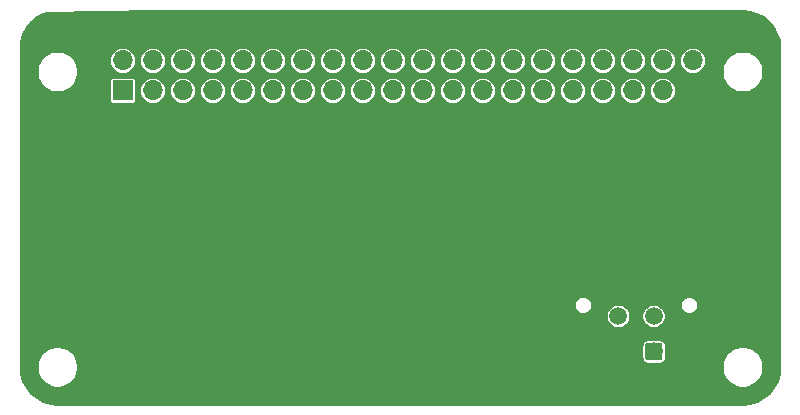
<source format=gbl>
G04 #@! TF.GenerationSoftware,KiCad,Pcbnew,(5.1.4-0-10_14)*
G04 #@! TF.CreationDate,2020-01-14T22:21:16-05:00*
G04 #@! TF.ProjectId,LCD_Screen,4c43445f-5363-4726-9565-6e2e6b696361,rev?*
G04 #@! TF.SameCoordinates,Original*
G04 #@! TF.FileFunction,Copper,L2,Bot*
G04 #@! TF.FilePolarity,Positive*
%FSLAX46Y46*%
G04 Gerber Fmt 4.6, Leading zero omitted, Abs format (unit mm)*
G04 Created by KiCad (PCBNEW (5.1.4-0-10_14)) date 2020-01-14 22:21:16*
%MOMM*%
%LPD*%
G04 APERTURE LIST*
%ADD10C,0.100000*%
%ADD11C,1.500000*%
%ADD12R,1.700000X1.700000*%
%ADD13O,1.700000X1.700000*%
%ADD14C,0.609600*%
%ADD15C,0.254000*%
G04 APERTURE END LIST*
D10*
G36*
X251984504Y-44463204D02*
G01*
X252008773Y-44466804D01*
X252032571Y-44472765D01*
X252055671Y-44481030D01*
X252077849Y-44491520D01*
X252098893Y-44504133D01*
X252118598Y-44518747D01*
X252136777Y-44535223D01*
X252153253Y-44553402D01*
X252167867Y-44573107D01*
X252180480Y-44594151D01*
X252190970Y-44616329D01*
X252199235Y-44639429D01*
X252205196Y-44663227D01*
X252208796Y-44687496D01*
X252210000Y-44712000D01*
X252210000Y-45712000D01*
X252208796Y-45736504D01*
X252205196Y-45760773D01*
X252199235Y-45784571D01*
X252190970Y-45807671D01*
X252180480Y-45829849D01*
X252167867Y-45850893D01*
X252153253Y-45870598D01*
X252136777Y-45888777D01*
X252118598Y-45905253D01*
X252098893Y-45919867D01*
X252077849Y-45932480D01*
X252055671Y-45942970D01*
X252032571Y-45951235D01*
X252008773Y-45957196D01*
X251984504Y-45960796D01*
X251960000Y-45962000D01*
X250960000Y-45962000D01*
X250935496Y-45960796D01*
X250911227Y-45957196D01*
X250887429Y-45951235D01*
X250864329Y-45942970D01*
X250842151Y-45932480D01*
X250821107Y-45919867D01*
X250801402Y-45905253D01*
X250783223Y-45888777D01*
X250766747Y-45870598D01*
X250752133Y-45850893D01*
X250739520Y-45829849D01*
X250729030Y-45807671D01*
X250720765Y-45784571D01*
X250714804Y-45760773D01*
X250711204Y-45736504D01*
X250710000Y-45712000D01*
X250710000Y-44712000D01*
X250711204Y-44687496D01*
X250714804Y-44663227D01*
X250720765Y-44639429D01*
X250729030Y-44616329D01*
X250739520Y-44594151D01*
X250752133Y-44573107D01*
X250766747Y-44553402D01*
X250783223Y-44535223D01*
X250801402Y-44518747D01*
X250821107Y-44504133D01*
X250842151Y-44491520D01*
X250864329Y-44481030D01*
X250887429Y-44472765D01*
X250911227Y-44466804D01*
X250935496Y-44463204D01*
X250960000Y-44462000D01*
X251960000Y-44462000D01*
X251984504Y-44463204D01*
X251984504Y-44463204D01*
G37*
D11*
X251460000Y-45212000D03*
X248460000Y-45212000D03*
X251460000Y-42212000D03*
X248460000Y-42212000D03*
D12*
X206502000Y-23114000D03*
D13*
X206502000Y-20574000D03*
X209042000Y-23114000D03*
X209042000Y-20574000D03*
X211582000Y-23114000D03*
X211582000Y-20574000D03*
X214122000Y-23114000D03*
X214122000Y-20574000D03*
X216662000Y-23114000D03*
X216662000Y-20574000D03*
X219202000Y-23114000D03*
X219202000Y-20574000D03*
X221742000Y-23114000D03*
X221742000Y-20574000D03*
X224282000Y-23114000D03*
X224282000Y-20574000D03*
X226822000Y-23114000D03*
X226822000Y-20574000D03*
X229362000Y-23114000D03*
X229362000Y-20574000D03*
X231902000Y-23114000D03*
X231902000Y-20574000D03*
X234442000Y-23114000D03*
X234442000Y-20574000D03*
X236982000Y-23114000D03*
X236982000Y-20574000D03*
X239522000Y-23114000D03*
X239522000Y-20574000D03*
X242062000Y-23114000D03*
X242062000Y-20574000D03*
X244602000Y-23114000D03*
X244602000Y-20574000D03*
X247142000Y-23114000D03*
X247142000Y-20574000D03*
X249682000Y-23114000D03*
X249682000Y-20574000D03*
X252222000Y-23114000D03*
X252222000Y-20574000D03*
X254762000Y-23114000D03*
X254762000Y-20574000D03*
D14*
X228473000Y-38735000D03*
X228460300Y-39763700D03*
X228473000Y-40741600D03*
X228460300Y-41770300D03*
X228523800Y-42964100D03*
X222123000Y-45872400D03*
X224002600Y-45885100D03*
X227355400Y-43624500D03*
X218808300Y-33159700D03*
X218808300Y-34048700D03*
X218808300Y-35826700D03*
X217919300Y-33159700D03*
X217030300Y-33159700D03*
X216141300Y-33159700D03*
X217017600Y-45986700D03*
X218655900Y-46050200D03*
X220446600Y-45999400D03*
X228015800Y-45212000D03*
X225577400Y-45885100D03*
X209384900Y-45935900D03*
X210858100Y-45910500D03*
X212280500Y-45859700D03*
X213804500Y-45885100D03*
X228434900Y-44132500D03*
X227330000Y-46037500D03*
X215252300Y-33159700D03*
X227368100Y-42379900D03*
X207860900Y-45885100D03*
X228460300Y-33413700D03*
X228460300Y-34429700D03*
X228460300Y-35445700D03*
X228434900Y-36664900D03*
X228460300Y-37668200D03*
X215315800Y-45935900D03*
X218808300Y-34937700D03*
X208191100Y-33032700D03*
X208203800Y-32131000D03*
X208241900Y-31178500D03*
X248412000Y-31496000D03*
X248412000Y-33782000D03*
X245364000Y-30480000D03*
X240792000Y-35052000D03*
D15*
G36*
X259589371Y-16447815D02*
G01*
X260172075Y-16623743D01*
X260709506Y-16909500D01*
X261181197Y-17294203D01*
X261569186Y-17763200D01*
X261858689Y-18298624D01*
X262038679Y-18880081D01*
X262104184Y-19503309D01*
X262104200Y-19507948D01*
X262104201Y-21488568D01*
X262104200Y-46488647D01*
X262042984Y-47112974D01*
X261867055Y-47695677D01*
X261581299Y-48233105D01*
X261196597Y-48704799D01*
X260727598Y-49092788D01*
X260192177Y-49382288D01*
X259610719Y-49562279D01*
X258987491Y-49627784D01*
X258982855Y-49627800D01*
X201002153Y-49627800D01*
X200377826Y-49566584D01*
X199795123Y-49390655D01*
X199257695Y-49104899D01*
X198786001Y-48720197D01*
X198398012Y-48251198D01*
X198108512Y-47715777D01*
X197928521Y-47134319D01*
X197863016Y-46511091D01*
X197863000Y-46506455D01*
X197863000Y-46333278D01*
X199217744Y-46333278D01*
X199217744Y-46681122D01*
X199285605Y-47022281D01*
X199418719Y-47343646D01*
X199611970Y-47632867D01*
X199857933Y-47878830D01*
X200147154Y-48072081D01*
X200468519Y-48205195D01*
X200809678Y-48273056D01*
X201157522Y-48273056D01*
X201498681Y-48205195D01*
X201820046Y-48072081D01*
X202109267Y-47878830D01*
X202355230Y-47632867D01*
X202548481Y-47343646D01*
X202681595Y-47022281D01*
X202749456Y-46681122D01*
X202749456Y-46333278D01*
X257217744Y-46333278D01*
X257217744Y-46681122D01*
X257285605Y-47022281D01*
X257418719Y-47343646D01*
X257611970Y-47632867D01*
X257857933Y-47878830D01*
X258147154Y-48072081D01*
X258468519Y-48205195D01*
X258809678Y-48273056D01*
X259157522Y-48273056D01*
X259498681Y-48205195D01*
X259820046Y-48072081D01*
X260109267Y-47878830D01*
X260355230Y-47632867D01*
X260548481Y-47343646D01*
X260681595Y-47022281D01*
X260749456Y-46681122D01*
X260749456Y-46333278D01*
X260681595Y-45992119D01*
X260548481Y-45670754D01*
X260355230Y-45381533D01*
X260109267Y-45135570D01*
X259820046Y-44942319D01*
X259498681Y-44809205D01*
X259157522Y-44741344D01*
X258809678Y-44741344D01*
X258468519Y-44809205D01*
X258147154Y-44942319D01*
X257857933Y-45135570D01*
X257611970Y-45381533D01*
X257418719Y-45670754D01*
X257285605Y-45992119D01*
X257217744Y-46333278D01*
X202749456Y-46333278D01*
X202681595Y-45992119D01*
X202548481Y-45670754D01*
X202355230Y-45381533D01*
X202109267Y-45135570D01*
X201820046Y-44942319D01*
X201498681Y-44809205D01*
X201157522Y-44741344D01*
X200809678Y-44741344D01*
X200468519Y-44809205D01*
X200147154Y-44942319D01*
X199857933Y-45135570D01*
X199611970Y-45381533D01*
X199418719Y-45670754D01*
X199285605Y-45992119D01*
X199217744Y-46333278D01*
X197863000Y-46333278D01*
X197863000Y-44712000D01*
X250429249Y-44712000D01*
X250429249Y-45712000D01*
X250439447Y-45815544D01*
X250469650Y-45915110D01*
X250518697Y-46006869D01*
X250584702Y-46087298D01*
X250665131Y-46153303D01*
X250756890Y-46202350D01*
X250856456Y-46232553D01*
X250960000Y-46242751D01*
X251960000Y-46242751D01*
X252063544Y-46232553D01*
X252163110Y-46202350D01*
X252254869Y-46153303D01*
X252335298Y-46087298D01*
X252401303Y-46006869D01*
X252450350Y-45915110D01*
X252480553Y-45815544D01*
X252490751Y-45712000D01*
X252490751Y-44712000D01*
X252480553Y-44608456D01*
X252450350Y-44508890D01*
X252401303Y-44417131D01*
X252335298Y-44336702D01*
X252254869Y-44270697D01*
X252163110Y-44221650D01*
X252063544Y-44191447D01*
X251960000Y-44181249D01*
X250960000Y-44181249D01*
X250856456Y-44191447D01*
X250756890Y-44221650D01*
X250665131Y-44270697D01*
X250584702Y-44336702D01*
X250518697Y-44417131D01*
X250469650Y-44508890D01*
X250439447Y-44608456D01*
X250429249Y-44712000D01*
X197863000Y-44712000D01*
X197863000Y-42110613D01*
X247430600Y-42110613D01*
X247430600Y-42313387D01*
X247470159Y-42512265D01*
X247547757Y-42699604D01*
X247660413Y-42868204D01*
X247803796Y-43011587D01*
X247972396Y-43124243D01*
X248159735Y-43201841D01*
X248358613Y-43241400D01*
X248561387Y-43241400D01*
X248760265Y-43201841D01*
X248947604Y-43124243D01*
X249116204Y-43011587D01*
X249259587Y-42868204D01*
X249372243Y-42699604D01*
X249449841Y-42512265D01*
X249489400Y-42313387D01*
X249489400Y-42110613D01*
X250430600Y-42110613D01*
X250430600Y-42313387D01*
X250470159Y-42512265D01*
X250547757Y-42699604D01*
X250660413Y-42868204D01*
X250803796Y-43011587D01*
X250972396Y-43124243D01*
X251159735Y-43201841D01*
X251358613Y-43241400D01*
X251561387Y-43241400D01*
X251760265Y-43201841D01*
X251947604Y-43124243D01*
X252116204Y-43011587D01*
X252259587Y-42868204D01*
X252372243Y-42699604D01*
X252449841Y-42512265D01*
X252489400Y-42313387D01*
X252489400Y-42110613D01*
X252449841Y-41911735D01*
X252372243Y-41724396D01*
X252259587Y-41555796D01*
X252116204Y-41412413D01*
X251947604Y-41299757D01*
X251760265Y-41222159D01*
X251624913Y-41195236D01*
X253680600Y-41195236D01*
X253680600Y-41348764D01*
X253710552Y-41499343D01*
X253769305Y-41641184D01*
X253854601Y-41768838D01*
X253963162Y-41877399D01*
X254090816Y-41962695D01*
X254232657Y-42021448D01*
X254383236Y-42051400D01*
X254536764Y-42051400D01*
X254687343Y-42021448D01*
X254829184Y-41962695D01*
X254956838Y-41877399D01*
X255065399Y-41768838D01*
X255150695Y-41641184D01*
X255209448Y-41499343D01*
X255239400Y-41348764D01*
X255239400Y-41195236D01*
X255209448Y-41044657D01*
X255150695Y-40902816D01*
X255065399Y-40775162D01*
X254956838Y-40666601D01*
X254829184Y-40581305D01*
X254687343Y-40522552D01*
X254536764Y-40492600D01*
X254383236Y-40492600D01*
X254232657Y-40522552D01*
X254090816Y-40581305D01*
X253963162Y-40666601D01*
X253854601Y-40775162D01*
X253769305Y-40902816D01*
X253710552Y-41044657D01*
X253680600Y-41195236D01*
X251624913Y-41195236D01*
X251561387Y-41182600D01*
X251358613Y-41182600D01*
X251159735Y-41222159D01*
X250972396Y-41299757D01*
X250803796Y-41412413D01*
X250660413Y-41555796D01*
X250547757Y-41724396D01*
X250470159Y-41911735D01*
X250430600Y-42110613D01*
X249489400Y-42110613D01*
X249449841Y-41911735D01*
X249372243Y-41724396D01*
X249259587Y-41555796D01*
X249116204Y-41412413D01*
X248947604Y-41299757D01*
X248760265Y-41222159D01*
X248561387Y-41182600D01*
X248358613Y-41182600D01*
X248159735Y-41222159D01*
X247972396Y-41299757D01*
X247803796Y-41412413D01*
X247660413Y-41555796D01*
X247547757Y-41724396D01*
X247470159Y-41911735D01*
X247430600Y-42110613D01*
X197863000Y-42110613D01*
X197863000Y-41195236D01*
X244680600Y-41195236D01*
X244680600Y-41348764D01*
X244710552Y-41499343D01*
X244769305Y-41641184D01*
X244854601Y-41768838D01*
X244963162Y-41877399D01*
X245090816Y-41962695D01*
X245232657Y-42021448D01*
X245383236Y-42051400D01*
X245536764Y-42051400D01*
X245687343Y-42021448D01*
X245829184Y-41962695D01*
X245956838Y-41877399D01*
X246065399Y-41768838D01*
X246150695Y-41641184D01*
X246209448Y-41499343D01*
X246239400Y-41348764D01*
X246239400Y-41195236D01*
X246209448Y-41044657D01*
X246150695Y-40902816D01*
X246065399Y-40775162D01*
X245956838Y-40666601D01*
X245829184Y-40581305D01*
X245687343Y-40522552D01*
X245536764Y-40492600D01*
X245383236Y-40492600D01*
X245232657Y-40522552D01*
X245090816Y-40581305D01*
X244963162Y-40666601D01*
X244854601Y-40775162D01*
X244769305Y-40902816D01*
X244710552Y-41044657D01*
X244680600Y-41195236D01*
X197863000Y-41195236D01*
X197863000Y-21333278D01*
X199217743Y-21333278D01*
X199217743Y-21681122D01*
X199285604Y-22022281D01*
X199418718Y-22343646D01*
X199611969Y-22632867D01*
X199857932Y-22878830D01*
X200147153Y-23072081D01*
X200468518Y-23205195D01*
X200809677Y-23273056D01*
X201157521Y-23273056D01*
X201498680Y-23205195D01*
X201820045Y-23072081D01*
X202109266Y-22878830D01*
X202355229Y-22632867D01*
X202548480Y-22343646D01*
X202581470Y-22264000D01*
X205371249Y-22264000D01*
X205371249Y-23964000D01*
X205376644Y-24018772D01*
X205392620Y-24071439D01*
X205418564Y-24119977D01*
X205453479Y-24162521D01*
X205496023Y-24197436D01*
X205544561Y-24223380D01*
X205597228Y-24239356D01*
X205652000Y-24244751D01*
X207352000Y-24244751D01*
X207406772Y-24239356D01*
X207459439Y-24223380D01*
X207507977Y-24197436D01*
X207550521Y-24162521D01*
X207585436Y-24119977D01*
X207611380Y-24071439D01*
X207627356Y-24018772D01*
X207632751Y-23964000D01*
X207632751Y-23114000D01*
X207907136Y-23114000D01*
X207928942Y-23335401D01*
X207993522Y-23548294D01*
X208098395Y-23744497D01*
X208239530Y-23916470D01*
X208411503Y-24057605D01*
X208607706Y-24162478D01*
X208820599Y-24227058D01*
X208986523Y-24243400D01*
X209097477Y-24243400D01*
X209263401Y-24227058D01*
X209476294Y-24162478D01*
X209672497Y-24057605D01*
X209844470Y-23916470D01*
X209985605Y-23744497D01*
X210090478Y-23548294D01*
X210155058Y-23335401D01*
X210176864Y-23114000D01*
X210447136Y-23114000D01*
X210468942Y-23335401D01*
X210533522Y-23548294D01*
X210638395Y-23744497D01*
X210779530Y-23916470D01*
X210951503Y-24057605D01*
X211147706Y-24162478D01*
X211360599Y-24227058D01*
X211526523Y-24243400D01*
X211637477Y-24243400D01*
X211803401Y-24227058D01*
X212016294Y-24162478D01*
X212212497Y-24057605D01*
X212384470Y-23916470D01*
X212525605Y-23744497D01*
X212630478Y-23548294D01*
X212695058Y-23335401D01*
X212716864Y-23114000D01*
X212987136Y-23114000D01*
X213008942Y-23335401D01*
X213073522Y-23548294D01*
X213178395Y-23744497D01*
X213319530Y-23916470D01*
X213491503Y-24057605D01*
X213687706Y-24162478D01*
X213900599Y-24227058D01*
X214066523Y-24243400D01*
X214177477Y-24243400D01*
X214343401Y-24227058D01*
X214556294Y-24162478D01*
X214752497Y-24057605D01*
X214924470Y-23916470D01*
X215065605Y-23744497D01*
X215170478Y-23548294D01*
X215235058Y-23335401D01*
X215256864Y-23114000D01*
X215527136Y-23114000D01*
X215548942Y-23335401D01*
X215613522Y-23548294D01*
X215718395Y-23744497D01*
X215859530Y-23916470D01*
X216031503Y-24057605D01*
X216227706Y-24162478D01*
X216440599Y-24227058D01*
X216606523Y-24243400D01*
X216717477Y-24243400D01*
X216883401Y-24227058D01*
X217096294Y-24162478D01*
X217292497Y-24057605D01*
X217464470Y-23916470D01*
X217605605Y-23744497D01*
X217710478Y-23548294D01*
X217775058Y-23335401D01*
X217796864Y-23114000D01*
X218067136Y-23114000D01*
X218088942Y-23335401D01*
X218153522Y-23548294D01*
X218258395Y-23744497D01*
X218399530Y-23916470D01*
X218571503Y-24057605D01*
X218767706Y-24162478D01*
X218980599Y-24227058D01*
X219146523Y-24243400D01*
X219257477Y-24243400D01*
X219423401Y-24227058D01*
X219636294Y-24162478D01*
X219832497Y-24057605D01*
X220004470Y-23916470D01*
X220145605Y-23744497D01*
X220250478Y-23548294D01*
X220315058Y-23335401D01*
X220336864Y-23114000D01*
X220607136Y-23114000D01*
X220628942Y-23335401D01*
X220693522Y-23548294D01*
X220798395Y-23744497D01*
X220939530Y-23916470D01*
X221111503Y-24057605D01*
X221307706Y-24162478D01*
X221520599Y-24227058D01*
X221686523Y-24243400D01*
X221797477Y-24243400D01*
X221963401Y-24227058D01*
X222176294Y-24162478D01*
X222372497Y-24057605D01*
X222544470Y-23916470D01*
X222685605Y-23744497D01*
X222790478Y-23548294D01*
X222855058Y-23335401D01*
X222876864Y-23114000D01*
X223147136Y-23114000D01*
X223168942Y-23335401D01*
X223233522Y-23548294D01*
X223338395Y-23744497D01*
X223479530Y-23916470D01*
X223651503Y-24057605D01*
X223847706Y-24162478D01*
X224060599Y-24227058D01*
X224226523Y-24243400D01*
X224337477Y-24243400D01*
X224503401Y-24227058D01*
X224716294Y-24162478D01*
X224912497Y-24057605D01*
X225084470Y-23916470D01*
X225225605Y-23744497D01*
X225330478Y-23548294D01*
X225395058Y-23335401D01*
X225416864Y-23114000D01*
X225687136Y-23114000D01*
X225708942Y-23335401D01*
X225773522Y-23548294D01*
X225878395Y-23744497D01*
X226019530Y-23916470D01*
X226191503Y-24057605D01*
X226387706Y-24162478D01*
X226600599Y-24227058D01*
X226766523Y-24243400D01*
X226877477Y-24243400D01*
X227043401Y-24227058D01*
X227256294Y-24162478D01*
X227452497Y-24057605D01*
X227624470Y-23916470D01*
X227765605Y-23744497D01*
X227870478Y-23548294D01*
X227935058Y-23335401D01*
X227956864Y-23114000D01*
X228227136Y-23114000D01*
X228248942Y-23335401D01*
X228313522Y-23548294D01*
X228418395Y-23744497D01*
X228559530Y-23916470D01*
X228731503Y-24057605D01*
X228927706Y-24162478D01*
X229140599Y-24227058D01*
X229306523Y-24243400D01*
X229417477Y-24243400D01*
X229583401Y-24227058D01*
X229796294Y-24162478D01*
X229992497Y-24057605D01*
X230164470Y-23916470D01*
X230305605Y-23744497D01*
X230410478Y-23548294D01*
X230475058Y-23335401D01*
X230496864Y-23114000D01*
X230767136Y-23114000D01*
X230788942Y-23335401D01*
X230853522Y-23548294D01*
X230958395Y-23744497D01*
X231099530Y-23916470D01*
X231271503Y-24057605D01*
X231467706Y-24162478D01*
X231680599Y-24227058D01*
X231846523Y-24243400D01*
X231957477Y-24243400D01*
X232123401Y-24227058D01*
X232336294Y-24162478D01*
X232532497Y-24057605D01*
X232704470Y-23916470D01*
X232845605Y-23744497D01*
X232950478Y-23548294D01*
X233015058Y-23335401D01*
X233036864Y-23114000D01*
X233307136Y-23114000D01*
X233328942Y-23335401D01*
X233393522Y-23548294D01*
X233498395Y-23744497D01*
X233639530Y-23916470D01*
X233811503Y-24057605D01*
X234007706Y-24162478D01*
X234220599Y-24227058D01*
X234386523Y-24243400D01*
X234497477Y-24243400D01*
X234663401Y-24227058D01*
X234876294Y-24162478D01*
X235072497Y-24057605D01*
X235244470Y-23916470D01*
X235385605Y-23744497D01*
X235490478Y-23548294D01*
X235555058Y-23335401D01*
X235576864Y-23114000D01*
X235847136Y-23114000D01*
X235868942Y-23335401D01*
X235933522Y-23548294D01*
X236038395Y-23744497D01*
X236179530Y-23916470D01*
X236351503Y-24057605D01*
X236547706Y-24162478D01*
X236760599Y-24227058D01*
X236926523Y-24243400D01*
X237037477Y-24243400D01*
X237203401Y-24227058D01*
X237416294Y-24162478D01*
X237612497Y-24057605D01*
X237784470Y-23916470D01*
X237925605Y-23744497D01*
X238030478Y-23548294D01*
X238095058Y-23335401D01*
X238116864Y-23114000D01*
X238387136Y-23114000D01*
X238408942Y-23335401D01*
X238473522Y-23548294D01*
X238578395Y-23744497D01*
X238719530Y-23916470D01*
X238891503Y-24057605D01*
X239087706Y-24162478D01*
X239300599Y-24227058D01*
X239466523Y-24243400D01*
X239577477Y-24243400D01*
X239743401Y-24227058D01*
X239956294Y-24162478D01*
X240152497Y-24057605D01*
X240324470Y-23916470D01*
X240465605Y-23744497D01*
X240570478Y-23548294D01*
X240635058Y-23335401D01*
X240656864Y-23114000D01*
X240927136Y-23114000D01*
X240948942Y-23335401D01*
X241013522Y-23548294D01*
X241118395Y-23744497D01*
X241259530Y-23916470D01*
X241431503Y-24057605D01*
X241627706Y-24162478D01*
X241840599Y-24227058D01*
X242006523Y-24243400D01*
X242117477Y-24243400D01*
X242283401Y-24227058D01*
X242496294Y-24162478D01*
X242692497Y-24057605D01*
X242864470Y-23916470D01*
X243005605Y-23744497D01*
X243110478Y-23548294D01*
X243175058Y-23335401D01*
X243196864Y-23114000D01*
X243467136Y-23114000D01*
X243488942Y-23335401D01*
X243553522Y-23548294D01*
X243658395Y-23744497D01*
X243799530Y-23916470D01*
X243971503Y-24057605D01*
X244167706Y-24162478D01*
X244380599Y-24227058D01*
X244546523Y-24243400D01*
X244657477Y-24243400D01*
X244823401Y-24227058D01*
X245036294Y-24162478D01*
X245232497Y-24057605D01*
X245404470Y-23916470D01*
X245545605Y-23744497D01*
X245650478Y-23548294D01*
X245715058Y-23335401D01*
X245736864Y-23114000D01*
X246007136Y-23114000D01*
X246028942Y-23335401D01*
X246093522Y-23548294D01*
X246198395Y-23744497D01*
X246339530Y-23916470D01*
X246511503Y-24057605D01*
X246707706Y-24162478D01*
X246920599Y-24227058D01*
X247086523Y-24243400D01*
X247197477Y-24243400D01*
X247363401Y-24227058D01*
X247576294Y-24162478D01*
X247772497Y-24057605D01*
X247944470Y-23916470D01*
X248085605Y-23744497D01*
X248190478Y-23548294D01*
X248255058Y-23335401D01*
X248276864Y-23114000D01*
X248547136Y-23114000D01*
X248568942Y-23335401D01*
X248633522Y-23548294D01*
X248738395Y-23744497D01*
X248879530Y-23916470D01*
X249051503Y-24057605D01*
X249247706Y-24162478D01*
X249460599Y-24227058D01*
X249626523Y-24243400D01*
X249737477Y-24243400D01*
X249903401Y-24227058D01*
X250116294Y-24162478D01*
X250312497Y-24057605D01*
X250484470Y-23916470D01*
X250625605Y-23744497D01*
X250730478Y-23548294D01*
X250795058Y-23335401D01*
X250816864Y-23114000D01*
X251087136Y-23114000D01*
X251108942Y-23335401D01*
X251173522Y-23548294D01*
X251278395Y-23744497D01*
X251419530Y-23916470D01*
X251591503Y-24057605D01*
X251787706Y-24162478D01*
X252000599Y-24227058D01*
X252166523Y-24243400D01*
X252277477Y-24243400D01*
X252443401Y-24227058D01*
X252656294Y-24162478D01*
X252852497Y-24057605D01*
X253024470Y-23916470D01*
X253165605Y-23744497D01*
X253270478Y-23548294D01*
X253335058Y-23335401D01*
X253356864Y-23114000D01*
X253335058Y-22892599D01*
X253270478Y-22679706D01*
X253165605Y-22483503D01*
X253024470Y-22311530D01*
X252852497Y-22170395D01*
X252656294Y-22065522D01*
X252443401Y-22000942D01*
X252277477Y-21984600D01*
X252166523Y-21984600D01*
X252000599Y-22000942D01*
X251787706Y-22065522D01*
X251591503Y-22170395D01*
X251419530Y-22311530D01*
X251278395Y-22483503D01*
X251173522Y-22679706D01*
X251108942Y-22892599D01*
X251087136Y-23114000D01*
X250816864Y-23114000D01*
X250795058Y-22892599D01*
X250730478Y-22679706D01*
X250625605Y-22483503D01*
X250484470Y-22311530D01*
X250312497Y-22170395D01*
X250116294Y-22065522D01*
X249903401Y-22000942D01*
X249737477Y-21984600D01*
X249626523Y-21984600D01*
X249460599Y-22000942D01*
X249247706Y-22065522D01*
X249051503Y-22170395D01*
X248879530Y-22311530D01*
X248738395Y-22483503D01*
X248633522Y-22679706D01*
X248568942Y-22892599D01*
X248547136Y-23114000D01*
X248276864Y-23114000D01*
X248255058Y-22892599D01*
X248190478Y-22679706D01*
X248085605Y-22483503D01*
X247944470Y-22311530D01*
X247772497Y-22170395D01*
X247576294Y-22065522D01*
X247363401Y-22000942D01*
X247197477Y-21984600D01*
X247086523Y-21984600D01*
X246920599Y-22000942D01*
X246707706Y-22065522D01*
X246511503Y-22170395D01*
X246339530Y-22311530D01*
X246198395Y-22483503D01*
X246093522Y-22679706D01*
X246028942Y-22892599D01*
X246007136Y-23114000D01*
X245736864Y-23114000D01*
X245715058Y-22892599D01*
X245650478Y-22679706D01*
X245545605Y-22483503D01*
X245404470Y-22311530D01*
X245232497Y-22170395D01*
X245036294Y-22065522D01*
X244823401Y-22000942D01*
X244657477Y-21984600D01*
X244546523Y-21984600D01*
X244380599Y-22000942D01*
X244167706Y-22065522D01*
X243971503Y-22170395D01*
X243799530Y-22311530D01*
X243658395Y-22483503D01*
X243553522Y-22679706D01*
X243488942Y-22892599D01*
X243467136Y-23114000D01*
X243196864Y-23114000D01*
X243175058Y-22892599D01*
X243110478Y-22679706D01*
X243005605Y-22483503D01*
X242864470Y-22311530D01*
X242692497Y-22170395D01*
X242496294Y-22065522D01*
X242283401Y-22000942D01*
X242117477Y-21984600D01*
X242006523Y-21984600D01*
X241840599Y-22000942D01*
X241627706Y-22065522D01*
X241431503Y-22170395D01*
X241259530Y-22311530D01*
X241118395Y-22483503D01*
X241013522Y-22679706D01*
X240948942Y-22892599D01*
X240927136Y-23114000D01*
X240656864Y-23114000D01*
X240635058Y-22892599D01*
X240570478Y-22679706D01*
X240465605Y-22483503D01*
X240324470Y-22311530D01*
X240152497Y-22170395D01*
X239956294Y-22065522D01*
X239743401Y-22000942D01*
X239577477Y-21984600D01*
X239466523Y-21984600D01*
X239300599Y-22000942D01*
X239087706Y-22065522D01*
X238891503Y-22170395D01*
X238719530Y-22311530D01*
X238578395Y-22483503D01*
X238473522Y-22679706D01*
X238408942Y-22892599D01*
X238387136Y-23114000D01*
X238116864Y-23114000D01*
X238095058Y-22892599D01*
X238030478Y-22679706D01*
X237925605Y-22483503D01*
X237784470Y-22311530D01*
X237612497Y-22170395D01*
X237416294Y-22065522D01*
X237203401Y-22000942D01*
X237037477Y-21984600D01*
X236926523Y-21984600D01*
X236760599Y-22000942D01*
X236547706Y-22065522D01*
X236351503Y-22170395D01*
X236179530Y-22311530D01*
X236038395Y-22483503D01*
X235933522Y-22679706D01*
X235868942Y-22892599D01*
X235847136Y-23114000D01*
X235576864Y-23114000D01*
X235555058Y-22892599D01*
X235490478Y-22679706D01*
X235385605Y-22483503D01*
X235244470Y-22311530D01*
X235072497Y-22170395D01*
X234876294Y-22065522D01*
X234663401Y-22000942D01*
X234497477Y-21984600D01*
X234386523Y-21984600D01*
X234220599Y-22000942D01*
X234007706Y-22065522D01*
X233811503Y-22170395D01*
X233639530Y-22311530D01*
X233498395Y-22483503D01*
X233393522Y-22679706D01*
X233328942Y-22892599D01*
X233307136Y-23114000D01*
X233036864Y-23114000D01*
X233015058Y-22892599D01*
X232950478Y-22679706D01*
X232845605Y-22483503D01*
X232704470Y-22311530D01*
X232532497Y-22170395D01*
X232336294Y-22065522D01*
X232123401Y-22000942D01*
X231957477Y-21984600D01*
X231846523Y-21984600D01*
X231680599Y-22000942D01*
X231467706Y-22065522D01*
X231271503Y-22170395D01*
X231099530Y-22311530D01*
X230958395Y-22483503D01*
X230853522Y-22679706D01*
X230788942Y-22892599D01*
X230767136Y-23114000D01*
X230496864Y-23114000D01*
X230475058Y-22892599D01*
X230410478Y-22679706D01*
X230305605Y-22483503D01*
X230164470Y-22311530D01*
X229992497Y-22170395D01*
X229796294Y-22065522D01*
X229583401Y-22000942D01*
X229417477Y-21984600D01*
X229306523Y-21984600D01*
X229140599Y-22000942D01*
X228927706Y-22065522D01*
X228731503Y-22170395D01*
X228559530Y-22311530D01*
X228418395Y-22483503D01*
X228313522Y-22679706D01*
X228248942Y-22892599D01*
X228227136Y-23114000D01*
X227956864Y-23114000D01*
X227935058Y-22892599D01*
X227870478Y-22679706D01*
X227765605Y-22483503D01*
X227624470Y-22311530D01*
X227452497Y-22170395D01*
X227256294Y-22065522D01*
X227043401Y-22000942D01*
X226877477Y-21984600D01*
X226766523Y-21984600D01*
X226600599Y-22000942D01*
X226387706Y-22065522D01*
X226191503Y-22170395D01*
X226019530Y-22311530D01*
X225878395Y-22483503D01*
X225773522Y-22679706D01*
X225708942Y-22892599D01*
X225687136Y-23114000D01*
X225416864Y-23114000D01*
X225395058Y-22892599D01*
X225330478Y-22679706D01*
X225225605Y-22483503D01*
X225084470Y-22311530D01*
X224912497Y-22170395D01*
X224716294Y-22065522D01*
X224503401Y-22000942D01*
X224337477Y-21984600D01*
X224226523Y-21984600D01*
X224060599Y-22000942D01*
X223847706Y-22065522D01*
X223651503Y-22170395D01*
X223479530Y-22311530D01*
X223338395Y-22483503D01*
X223233522Y-22679706D01*
X223168942Y-22892599D01*
X223147136Y-23114000D01*
X222876864Y-23114000D01*
X222855058Y-22892599D01*
X222790478Y-22679706D01*
X222685605Y-22483503D01*
X222544470Y-22311530D01*
X222372497Y-22170395D01*
X222176294Y-22065522D01*
X221963401Y-22000942D01*
X221797477Y-21984600D01*
X221686523Y-21984600D01*
X221520599Y-22000942D01*
X221307706Y-22065522D01*
X221111503Y-22170395D01*
X220939530Y-22311530D01*
X220798395Y-22483503D01*
X220693522Y-22679706D01*
X220628942Y-22892599D01*
X220607136Y-23114000D01*
X220336864Y-23114000D01*
X220315058Y-22892599D01*
X220250478Y-22679706D01*
X220145605Y-22483503D01*
X220004470Y-22311530D01*
X219832497Y-22170395D01*
X219636294Y-22065522D01*
X219423401Y-22000942D01*
X219257477Y-21984600D01*
X219146523Y-21984600D01*
X218980599Y-22000942D01*
X218767706Y-22065522D01*
X218571503Y-22170395D01*
X218399530Y-22311530D01*
X218258395Y-22483503D01*
X218153522Y-22679706D01*
X218088942Y-22892599D01*
X218067136Y-23114000D01*
X217796864Y-23114000D01*
X217775058Y-22892599D01*
X217710478Y-22679706D01*
X217605605Y-22483503D01*
X217464470Y-22311530D01*
X217292497Y-22170395D01*
X217096294Y-22065522D01*
X216883401Y-22000942D01*
X216717477Y-21984600D01*
X216606523Y-21984600D01*
X216440599Y-22000942D01*
X216227706Y-22065522D01*
X216031503Y-22170395D01*
X215859530Y-22311530D01*
X215718395Y-22483503D01*
X215613522Y-22679706D01*
X215548942Y-22892599D01*
X215527136Y-23114000D01*
X215256864Y-23114000D01*
X215235058Y-22892599D01*
X215170478Y-22679706D01*
X215065605Y-22483503D01*
X214924470Y-22311530D01*
X214752497Y-22170395D01*
X214556294Y-22065522D01*
X214343401Y-22000942D01*
X214177477Y-21984600D01*
X214066523Y-21984600D01*
X213900599Y-22000942D01*
X213687706Y-22065522D01*
X213491503Y-22170395D01*
X213319530Y-22311530D01*
X213178395Y-22483503D01*
X213073522Y-22679706D01*
X213008942Y-22892599D01*
X212987136Y-23114000D01*
X212716864Y-23114000D01*
X212695058Y-22892599D01*
X212630478Y-22679706D01*
X212525605Y-22483503D01*
X212384470Y-22311530D01*
X212212497Y-22170395D01*
X212016294Y-22065522D01*
X211803401Y-22000942D01*
X211637477Y-21984600D01*
X211526523Y-21984600D01*
X211360599Y-22000942D01*
X211147706Y-22065522D01*
X210951503Y-22170395D01*
X210779530Y-22311530D01*
X210638395Y-22483503D01*
X210533522Y-22679706D01*
X210468942Y-22892599D01*
X210447136Y-23114000D01*
X210176864Y-23114000D01*
X210155058Y-22892599D01*
X210090478Y-22679706D01*
X209985605Y-22483503D01*
X209844470Y-22311530D01*
X209672497Y-22170395D01*
X209476294Y-22065522D01*
X209263401Y-22000942D01*
X209097477Y-21984600D01*
X208986523Y-21984600D01*
X208820599Y-22000942D01*
X208607706Y-22065522D01*
X208411503Y-22170395D01*
X208239530Y-22311530D01*
X208098395Y-22483503D01*
X207993522Y-22679706D01*
X207928942Y-22892599D01*
X207907136Y-23114000D01*
X207632751Y-23114000D01*
X207632751Y-22264000D01*
X207627356Y-22209228D01*
X207611380Y-22156561D01*
X207585436Y-22108023D01*
X207550521Y-22065479D01*
X207507977Y-22030564D01*
X207459439Y-22004620D01*
X207406772Y-21988644D01*
X207352000Y-21983249D01*
X205652000Y-21983249D01*
X205597228Y-21988644D01*
X205544561Y-22004620D01*
X205496023Y-22030564D01*
X205453479Y-22065479D01*
X205418564Y-22108023D01*
X205392620Y-22156561D01*
X205376644Y-22209228D01*
X205371249Y-22264000D01*
X202581470Y-22264000D01*
X202681594Y-22022281D01*
X202749455Y-21681122D01*
X202749455Y-21333278D01*
X202681594Y-20992119D01*
X202548480Y-20670754D01*
X202483832Y-20574000D01*
X205367136Y-20574000D01*
X205388942Y-20795401D01*
X205453522Y-21008294D01*
X205558395Y-21204497D01*
X205699530Y-21376470D01*
X205871503Y-21517605D01*
X206067706Y-21622478D01*
X206280599Y-21687058D01*
X206446523Y-21703400D01*
X206557477Y-21703400D01*
X206723401Y-21687058D01*
X206936294Y-21622478D01*
X207132497Y-21517605D01*
X207304470Y-21376470D01*
X207445605Y-21204497D01*
X207550478Y-21008294D01*
X207615058Y-20795401D01*
X207636864Y-20574000D01*
X207907136Y-20574000D01*
X207928942Y-20795401D01*
X207993522Y-21008294D01*
X208098395Y-21204497D01*
X208239530Y-21376470D01*
X208411503Y-21517605D01*
X208607706Y-21622478D01*
X208820599Y-21687058D01*
X208986523Y-21703400D01*
X209097477Y-21703400D01*
X209263401Y-21687058D01*
X209476294Y-21622478D01*
X209672497Y-21517605D01*
X209844470Y-21376470D01*
X209985605Y-21204497D01*
X210090478Y-21008294D01*
X210155058Y-20795401D01*
X210176864Y-20574000D01*
X210447136Y-20574000D01*
X210468942Y-20795401D01*
X210533522Y-21008294D01*
X210638395Y-21204497D01*
X210779530Y-21376470D01*
X210951503Y-21517605D01*
X211147706Y-21622478D01*
X211360599Y-21687058D01*
X211526523Y-21703400D01*
X211637477Y-21703400D01*
X211803401Y-21687058D01*
X212016294Y-21622478D01*
X212212497Y-21517605D01*
X212384470Y-21376470D01*
X212525605Y-21204497D01*
X212630478Y-21008294D01*
X212695058Y-20795401D01*
X212716864Y-20574000D01*
X212987136Y-20574000D01*
X213008942Y-20795401D01*
X213073522Y-21008294D01*
X213178395Y-21204497D01*
X213319530Y-21376470D01*
X213491503Y-21517605D01*
X213687706Y-21622478D01*
X213900599Y-21687058D01*
X214066523Y-21703400D01*
X214177477Y-21703400D01*
X214343401Y-21687058D01*
X214556294Y-21622478D01*
X214752497Y-21517605D01*
X214924470Y-21376470D01*
X215065605Y-21204497D01*
X215170478Y-21008294D01*
X215235058Y-20795401D01*
X215256864Y-20574000D01*
X215527136Y-20574000D01*
X215548942Y-20795401D01*
X215613522Y-21008294D01*
X215718395Y-21204497D01*
X215859530Y-21376470D01*
X216031503Y-21517605D01*
X216227706Y-21622478D01*
X216440599Y-21687058D01*
X216606523Y-21703400D01*
X216717477Y-21703400D01*
X216883401Y-21687058D01*
X217096294Y-21622478D01*
X217292497Y-21517605D01*
X217464470Y-21376470D01*
X217605605Y-21204497D01*
X217710478Y-21008294D01*
X217775058Y-20795401D01*
X217796864Y-20574000D01*
X218067136Y-20574000D01*
X218088942Y-20795401D01*
X218153522Y-21008294D01*
X218258395Y-21204497D01*
X218399530Y-21376470D01*
X218571503Y-21517605D01*
X218767706Y-21622478D01*
X218980599Y-21687058D01*
X219146523Y-21703400D01*
X219257477Y-21703400D01*
X219423401Y-21687058D01*
X219636294Y-21622478D01*
X219832497Y-21517605D01*
X220004470Y-21376470D01*
X220145605Y-21204497D01*
X220250478Y-21008294D01*
X220315058Y-20795401D01*
X220336864Y-20574000D01*
X220607136Y-20574000D01*
X220628942Y-20795401D01*
X220693522Y-21008294D01*
X220798395Y-21204497D01*
X220939530Y-21376470D01*
X221111503Y-21517605D01*
X221307706Y-21622478D01*
X221520599Y-21687058D01*
X221686523Y-21703400D01*
X221797477Y-21703400D01*
X221963401Y-21687058D01*
X222176294Y-21622478D01*
X222372497Y-21517605D01*
X222544470Y-21376470D01*
X222685605Y-21204497D01*
X222790478Y-21008294D01*
X222855058Y-20795401D01*
X222876864Y-20574000D01*
X223147136Y-20574000D01*
X223168942Y-20795401D01*
X223233522Y-21008294D01*
X223338395Y-21204497D01*
X223479530Y-21376470D01*
X223651503Y-21517605D01*
X223847706Y-21622478D01*
X224060599Y-21687058D01*
X224226523Y-21703400D01*
X224337477Y-21703400D01*
X224503401Y-21687058D01*
X224716294Y-21622478D01*
X224912497Y-21517605D01*
X225084470Y-21376470D01*
X225225605Y-21204497D01*
X225330478Y-21008294D01*
X225395058Y-20795401D01*
X225416864Y-20574000D01*
X225687136Y-20574000D01*
X225708942Y-20795401D01*
X225773522Y-21008294D01*
X225878395Y-21204497D01*
X226019530Y-21376470D01*
X226191503Y-21517605D01*
X226387706Y-21622478D01*
X226600599Y-21687058D01*
X226766523Y-21703400D01*
X226877477Y-21703400D01*
X227043401Y-21687058D01*
X227256294Y-21622478D01*
X227452497Y-21517605D01*
X227624470Y-21376470D01*
X227765605Y-21204497D01*
X227870478Y-21008294D01*
X227935058Y-20795401D01*
X227956864Y-20574000D01*
X228227136Y-20574000D01*
X228248942Y-20795401D01*
X228313522Y-21008294D01*
X228418395Y-21204497D01*
X228559530Y-21376470D01*
X228731503Y-21517605D01*
X228927706Y-21622478D01*
X229140599Y-21687058D01*
X229306523Y-21703400D01*
X229417477Y-21703400D01*
X229583401Y-21687058D01*
X229796294Y-21622478D01*
X229992497Y-21517605D01*
X230164470Y-21376470D01*
X230305605Y-21204497D01*
X230410478Y-21008294D01*
X230475058Y-20795401D01*
X230496864Y-20574000D01*
X230767136Y-20574000D01*
X230788942Y-20795401D01*
X230853522Y-21008294D01*
X230958395Y-21204497D01*
X231099530Y-21376470D01*
X231271503Y-21517605D01*
X231467706Y-21622478D01*
X231680599Y-21687058D01*
X231846523Y-21703400D01*
X231957477Y-21703400D01*
X232123401Y-21687058D01*
X232336294Y-21622478D01*
X232532497Y-21517605D01*
X232704470Y-21376470D01*
X232845605Y-21204497D01*
X232950478Y-21008294D01*
X233015058Y-20795401D01*
X233036864Y-20574000D01*
X233307136Y-20574000D01*
X233328942Y-20795401D01*
X233393522Y-21008294D01*
X233498395Y-21204497D01*
X233639530Y-21376470D01*
X233811503Y-21517605D01*
X234007706Y-21622478D01*
X234220599Y-21687058D01*
X234386523Y-21703400D01*
X234497477Y-21703400D01*
X234663401Y-21687058D01*
X234876294Y-21622478D01*
X235072497Y-21517605D01*
X235244470Y-21376470D01*
X235385605Y-21204497D01*
X235490478Y-21008294D01*
X235555058Y-20795401D01*
X235576864Y-20574000D01*
X235847136Y-20574000D01*
X235868942Y-20795401D01*
X235933522Y-21008294D01*
X236038395Y-21204497D01*
X236179530Y-21376470D01*
X236351503Y-21517605D01*
X236547706Y-21622478D01*
X236760599Y-21687058D01*
X236926523Y-21703400D01*
X237037477Y-21703400D01*
X237203401Y-21687058D01*
X237416294Y-21622478D01*
X237612497Y-21517605D01*
X237784470Y-21376470D01*
X237925605Y-21204497D01*
X238030478Y-21008294D01*
X238095058Y-20795401D01*
X238116864Y-20574000D01*
X238387136Y-20574000D01*
X238408942Y-20795401D01*
X238473522Y-21008294D01*
X238578395Y-21204497D01*
X238719530Y-21376470D01*
X238891503Y-21517605D01*
X239087706Y-21622478D01*
X239300599Y-21687058D01*
X239466523Y-21703400D01*
X239577477Y-21703400D01*
X239743401Y-21687058D01*
X239956294Y-21622478D01*
X240152497Y-21517605D01*
X240324470Y-21376470D01*
X240465605Y-21204497D01*
X240570478Y-21008294D01*
X240635058Y-20795401D01*
X240656864Y-20574000D01*
X240927136Y-20574000D01*
X240948942Y-20795401D01*
X241013522Y-21008294D01*
X241118395Y-21204497D01*
X241259530Y-21376470D01*
X241431503Y-21517605D01*
X241627706Y-21622478D01*
X241840599Y-21687058D01*
X242006523Y-21703400D01*
X242117477Y-21703400D01*
X242283401Y-21687058D01*
X242496294Y-21622478D01*
X242692497Y-21517605D01*
X242864470Y-21376470D01*
X243005605Y-21204497D01*
X243110478Y-21008294D01*
X243175058Y-20795401D01*
X243196864Y-20574000D01*
X243467136Y-20574000D01*
X243488942Y-20795401D01*
X243553522Y-21008294D01*
X243658395Y-21204497D01*
X243799530Y-21376470D01*
X243971503Y-21517605D01*
X244167706Y-21622478D01*
X244380599Y-21687058D01*
X244546523Y-21703400D01*
X244657477Y-21703400D01*
X244823401Y-21687058D01*
X245036294Y-21622478D01*
X245232497Y-21517605D01*
X245404470Y-21376470D01*
X245545605Y-21204497D01*
X245650478Y-21008294D01*
X245715058Y-20795401D01*
X245736864Y-20574000D01*
X246007136Y-20574000D01*
X246028942Y-20795401D01*
X246093522Y-21008294D01*
X246198395Y-21204497D01*
X246339530Y-21376470D01*
X246511503Y-21517605D01*
X246707706Y-21622478D01*
X246920599Y-21687058D01*
X247086523Y-21703400D01*
X247197477Y-21703400D01*
X247363401Y-21687058D01*
X247576294Y-21622478D01*
X247772497Y-21517605D01*
X247944470Y-21376470D01*
X248085605Y-21204497D01*
X248190478Y-21008294D01*
X248255058Y-20795401D01*
X248276864Y-20574000D01*
X248547136Y-20574000D01*
X248568942Y-20795401D01*
X248633522Y-21008294D01*
X248738395Y-21204497D01*
X248879530Y-21376470D01*
X249051503Y-21517605D01*
X249247706Y-21622478D01*
X249460599Y-21687058D01*
X249626523Y-21703400D01*
X249737477Y-21703400D01*
X249903401Y-21687058D01*
X250116294Y-21622478D01*
X250312497Y-21517605D01*
X250484470Y-21376470D01*
X250625605Y-21204497D01*
X250730478Y-21008294D01*
X250795058Y-20795401D01*
X250816864Y-20574000D01*
X251087136Y-20574000D01*
X251108942Y-20795401D01*
X251173522Y-21008294D01*
X251278395Y-21204497D01*
X251419530Y-21376470D01*
X251591503Y-21517605D01*
X251787706Y-21622478D01*
X252000599Y-21687058D01*
X252166523Y-21703400D01*
X252277477Y-21703400D01*
X252443401Y-21687058D01*
X252656294Y-21622478D01*
X252852497Y-21517605D01*
X253024470Y-21376470D01*
X253165605Y-21204497D01*
X253270478Y-21008294D01*
X253335058Y-20795401D01*
X253356864Y-20574000D01*
X253627136Y-20574000D01*
X253648942Y-20795401D01*
X253713522Y-21008294D01*
X253818395Y-21204497D01*
X253959530Y-21376470D01*
X254131503Y-21517605D01*
X254327706Y-21622478D01*
X254540599Y-21687058D01*
X254706523Y-21703400D01*
X254817477Y-21703400D01*
X254983401Y-21687058D01*
X255196294Y-21622478D01*
X255392497Y-21517605D01*
X255564470Y-21376470D01*
X255599916Y-21333278D01*
X257217744Y-21333278D01*
X257217744Y-21681122D01*
X257285605Y-22022281D01*
X257418719Y-22343646D01*
X257611970Y-22632867D01*
X257857933Y-22878830D01*
X258147154Y-23072081D01*
X258468519Y-23205195D01*
X258809678Y-23273056D01*
X259157522Y-23273056D01*
X259498681Y-23205195D01*
X259820046Y-23072081D01*
X260109267Y-22878830D01*
X260355230Y-22632867D01*
X260548481Y-22343646D01*
X260681595Y-22022281D01*
X260749456Y-21681122D01*
X260749456Y-21333278D01*
X260681595Y-20992119D01*
X260548481Y-20670754D01*
X260355230Y-20381533D01*
X260109267Y-20135570D01*
X259820046Y-19942319D01*
X259498681Y-19809205D01*
X259157522Y-19741344D01*
X258809678Y-19741344D01*
X258468519Y-19809205D01*
X258147154Y-19942319D01*
X257857933Y-20135570D01*
X257611970Y-20381533D01*
X257418719Y-20670754D01*
X257285605Y-20992119D01*
X257217744Y-21333278D01*
X255599916Y-21333278D01*
X255705605Y-21204497D01*
X255810478Y-21008294D01*
X255875058Y-20795401D01*
X255896864Y-20574000D01*
X255875058Y-20352599D01*
X255810478Y-20139706D01*
X255705605Y-19943503D01*
X255564470Y-19771530D01*
X255392497Y-19630395D01*
X255196294Y-19525522D01*
X254983401Y-19460942D01*
X254817477Y-19444600D01*
X254706523Y-19444600D01*
X254540599Y-19460942D01*
X254327706Y-19525522D01*
X254131503Y-19630395D01*
X253959530Y-19771530D01*
X253818395Y-19943503D01*
X253713522Y-20139706D01*
X253648942Y-20352599D01*
X253627136Y-20574000D01*
X253356864Y-20574000D01*
X253335058Y-20352599D01*
X253270478Y-20139706D01*
X253165605Y-19943503D01*
X253024470Y-19771530D01*
X252852497Y-19630395D01*
X252656294Y-19525522D01*
X252443401Y-19460942D01*
X252277477Y-19444600D01*
X252166523Y-19444600D01*
X252000599Y-19460942D01*
X251787706Y-19525522D01*
X251591503Y-19630395D01*
X251419530Y-19771530D01*
X251278395Y-19943503D01*
X251173522Y-20139706D01*
X251108942Y-20352599D01*
X251087136Y-20574000D01*
X250816864Y-20574000D01*
X250795058Y-20352599D01*
X250730478Y-20139706D01*
X250625605Y-19943503D01*
X250484470Y-19771530D01*
X250312497Y-19630395D01*
X250116294Y-19525522D01*
X249903401Y-19460942D01*
X249737477Y-19444600D01*
X249626523Y-19444600D01*
X249460599Y-19460942D01*
X249247706Y-19525522D01*
X249051503Y-19630395D01*
X248879530Y-19771530D01*
X248738395Y-19943503D01*
X248633522Y-20139706D01*
X248568942Y-20352599D01*
X248547136Y-20574000D01*
X248276864Y-20574000D01*
X248255058Y-20352599D01*
X248190478Y-20139706D01*
X248085605Y-19943503D01*
X247944470Y-19771530D01*
X247772497Y-19630395D01*
X247576294Y-19525522D01*
X247363401Y-19460942D01*
X247197477Y-19444600D01*
X247086523Y-19444600D01*
X246920599Y-19460942D01*
X246707706Y-19525522D01*
X246511503Y-19630395D01*
X246339530Y-19771530D01*
X246198395Y-19943503D01*
X246093522Y-20139706D01*
X246028942Y-20352599D01*
X246007136Y-20574000D01*
X245736864Y-20574000D01*
X245715058Y-20352599D01*
X245650478Y-20139706D01*
X245545605Y-19943503D01*
X245404470Y-19771530D01*
X245232497Y-19630395D01*
X245036294Y-19525522D01*
X244823401Y-19460942D01*
X244657477Y-19444600D01*
X244546523Y-19444600D01*
X244380599Y-19460942D01*
X244167706Y-19525522D01*
X243971503Y-19630395D01*
X243799530Y-19771530D01*
X243658395Y-19943503D01*
X243553522Y-20139706D01*
X243488942Y-20352599D01*
X243467136Y-20574000D01*
X243196864Y-20574000D01*
X243175058Y-20352599D01*
X243110478Y-20139706D01*
X243005605Y-19943503D01*
X242864470Y-19771530D01*
X242692497Y-19630395D01*
X242496294Y-19525522D01*
X242283401Y-19460942D01*
X242117477Y-19444600D01*
X242006523Y-19444600D01*
X241840599Y-19460942D01*
X241627706Y-19525522D01*
X241431503Y-19630395D01*
X241259530Y-19771530D01*
X241118395Y-19943503D01*
X241013522Y-20139706D01*
X240948942Y-20352599D01*
X240927136Y-20574000D01*
X240656864Y-20574000D01*
X240635058Y-20352599D01*
X240570478Y-20139706D01*
X240465605Y-19943503D01*
X240324470Y-19771530D01*
X240152497Y-19630395D01*
X239956294Y-19525522D01*
X239743401Y-19460942D01*
X239577477Y-19444600D01*
X239466523Y-19444600D01*
X239300599Y-19460942D01*
X239087706Y-19525522D01*
X238891503Y-19630395D01*
X238719530Y-19771530D01*
X238578395Y-19943503D01*
X238473522Y-20139706D01*
X238408942Y-20352599D01*
X238387136Y-20574000D01*
X238116864Y-20574000D01*
X238095058Y-20352599D01*
X238030478Y-20139706D01*
X237925605Y-19943503D01*
X237784470Y-19771530D01*
X237612497Y-19630395D01*
X237416294Y-19525522D01*
X237203401Y-19460942D01*
X237037477Y-19444600D01*
X236926523Y-19444600D01*
X236760599Y-19460942D01*
X236547706Y-19525522D01*
X236351503Y-19630395D01*
X236179530Y-19771530D01*
X236038395Y-19943503D01*
X235933522Y-20139706D01*
X235868942Y-20352599D01*
X235847136Y-20574000D01*
X235576864Y-20574000D01*
X235555058Y-20352599D01*
X235490478Y-20139706D01*
X235385605Y-19943503D01*
X235244470Y-19771530D01*
X235072497Y-19630395D01*
X234876294Y-19525522D01*
X234663401Y-19460942D01*
X234497477Y-19444600D01*
X234386523Y-19444600D01*
X234220599Y-19460942D01*
X234007706Y-19525522D01*
X233811503Y-19630395D01*
X233639530Y-19771530D01*
X233498395Y-19943503D01*
X233393522Y-20139706D01*
X233328942Y-20352599D01*
X233307136Y-20574000D01*
X233036864Y-20574000D01*
X233015058Y-20352599D01*
X232950478Y-20139706D01*
X232845605Y-19943503D01*
X232704470Y-19771530D01*
X232532497Y-19630395D01*
X232336294Y-19525522D01*
X232123401Y-19460942D01*
X231957477Y-19444600D01*
X231846523Y-19444600D01*
X231680599Y-19460942D01*
X231467706Y-19525522D01*
X231271503Y-19630395D01*
X231099530Y-19771530D01*
X230958395Y-19943503D01*
X230853522Y-20139706D01*
X230788942Y-20352599D01*
X230767136Y-20574000D01*
X230496864Y-20574000D01*
X230475058Y-20352599D01*
X230410478Y-20139706D01*
X230305605Y-19943503D01*
X230164470Y-19771530D01*
X229992497Y-19630395D01*
X229796294Y-19525522D01*
X229583401Y-19460942D01*
X229417477Y-19444600D01*
X229306523Y-19444600D01*
X229140599Y-19460942D01*
X228927706Y-19525522D01*
X228731503Y-19630395D01*
X228559530Y-19771530D01*
X228418395Y-19943503D01*
X228313522Y-20139706D01*
X228248942Y-20352599D01*
X228227136Y-20574000D01*
X227956864Y-20574000D01*
X227935058Y-20352599D01*
X227870478Y-20139706D01*
X227765605Y-19943503D01*
X227624470Y-19771530D01*
X227452497Y-19630395D01*
X227256294Y-19525522D01*
X227043401Y-19460942D01*
X226877477Y-19444600D01*
X226766523Y-19444600D01*
X226600599Y-19460942D01*
X226387706Y-19525522D01*
X226191503Y-19630395D01*
X226019530Y-19771530D01*
X225878395Y-19943503D01*
X225773522Y-20139706D01*
X225708942Y-20352599D01*
X225687136Y-20574000D01*
X225416864Y-20574000D01*
X225395058Y-20352599D01*
X225330478Y-20139706D01*
X225225605Y-19943503D01*
X225084470Y-19771530D01*
X224912497Y-19630395D01*
X224716294Y-19525522D01*
X224503401Y-19460942D01*
X224337477Y-19444600D01*
X224226523Y-19444600D01*
X224060599Y-19460942D01*
X223847706Y-19525522D01*
X223651503Y-19630395D01*
X223479530Y-19771530D01*
X223338395Y-19943503D01*
X223233522Y-20139706D01*
X223168942Y-20352599D01*
X223147136Y-20574000D01*
X222876864Y-20574000D01*
X222855058Y-20352599D01*
X222790478Y-20139706D01*
X222685605Y-19943503D01*
X222544470Y-19771530D01*
X222372497Y-19630395D01*
X222176294Y-19525522D01*
X221963401Y-19460942D01*
X221797477Y-19444600D01*
X221686523Y-19444600D01*
X221520599Y-19460942D01*
X221307706Y-19525522D01*
X221111503Y-19630395D01*
X220939530Y-19771530D01*
X220798395Y-19943503D01*
X220693522Y-20139706D01*
X220628942Y-20352599D01*
X220607136Y-20574000D01*
X220336864Y-20574000D01*
X220315058Y-20352599D01*
X220250478Y-20139706D01*
X220145605Y-19943503D01*
X220004470Y-19771530D01*
X219832497Y-19630395D01*
X219636294Y-19525522D01*
X219423401Y-19460942D01*
X219257477Y-19444600D01*
X219146523Y-19444600D01*
X218980599Y-19460942D01*
X218767706Y-19525522D01*
X218571503Y-19630395D01*
X218399530Y-19771530D01*
X218258395Y-19943503D01*
X218153522Y-20139706D01*
X218088942Y-20352599D01*
X218067136Y-20574000D01*
X217796864Y-20574000D01*
X217775058Y-20352599D01*
X217710478Y-20139706D01*
X217605605Y-19943503D01*
X217464470Y-19771530D01*
X217292497Y-19630395D01*
X217096294Y-19525522D01*
X216883401Y-19460942D01*
X216717477Y-19444600D01*
X216606523Y-19444600D01*
X216440599Y-19460942D01*
X216227706Y-19525522D01*
X216031503Y-19630395D01*
X215859530Y-19771530D01*
X215718395Y-19943503D01*
X215613522Y-20139706D01*
X215548942Y-20352599D01*
X215527136Y-20574000D01*
X215256864Y-20574000D01*
X215235058Y-20352599D01*
X215170478Y-20139706D01*
X215065605Y-19943503D01*
X214924470Y-19771530D01*
X214752497Y-19630395D01*
X214556294Y-19525522D01*
X214343401Y-19460942D01*
X214177477Y-19444600D01*
X214066523Y-19444600D01*
X213900599Y-19460942D01*
X213687706Y-19525522D01*
X213491503Y-19630395D01*
X213319530Y-19771530D01*
X213178395Y-19943503D01*
X213073522Y-20139706D01*
X213008942Y-20352599D01*
X212987136Y-20574000D01*
X212716864Y-20574000D01*
X212695058Y-20352599D01*
X212630478Y-20139706D01*
X212525605Y-19943503D01*
X212384470Y-19771530D01*
X212212497Y-19630395D01*
X212016294Y-19525522D01*
X211803401Y-19460942D01*
X211637477Y-19444600D01*
X211526523Y-19444600D01*
X211360599Y-19460942D01*
X211147706Y-19525522D01*
X210951503Y-19630395D01*
X210779530Y-19771530D01*
X210638395Y-19943503D01*
X210533522Y-20139706D01*
X210468942Y-20352599D01*
X210447136Y-20574000D01*
X210176864Y-20574000D01*
X210155058Y-20352599D01*
X210090478Y-20139706D01*
X209985605Y-19943503D01*
X209844470Y-19771530D01*
X209672497Y-19630395D01*
X209476294Y-19525522D01*
X209263401Y-19460942D01*
X209097477Y-19444600D01*
X208986523Y-19444600D01*
X208820599Y-19460942D01*
X208607706Y-19525522D01*
X208411503Y-19630395D01*
X208239530Y-19771530D01*
X208098395Y-19943503D01*
X207993522Y-20139706D01*
X207928942Y-20352599D01*
X207907136Y-20574000D01*
X207636864Y-20574000D01*
X207615058Y-20352599D01*
X207550478Y-20139706D01*
X207445605Y-19943503D01*
X207304470Y-19771530D01*
X207132497Y-19630395D01*
X206936294Y-19525522D01*
X206723401Y-19460942D01*
X206557477Y-19444600D01*
X206446523Y-19444600D01*
X206280599Y-19460942D01*
X206067706Y-19525522D01*
X205871503Y-19630395D01*
X205699530Y-19771530D01*
X205558395Y-19943503D01*
X205453522Y-20139706D01*
X205388942Y-20352599D01*
X205367136Y-20574000D01*
X202483832Y-20574000D01*
X202355229Y-20381533D01*
X202109266Y-20135570D01*
X201820045Y-19942319D01*
X201498680Y-19809205D01*
X201157521Y-19741344D01*
X200809677Y-19741344D01*
X200468518Y-19809205D01*
X200147153Y-19942319D01*
X199857932Y-20135570D01*
X199611969Y-20381533D01*
X199418718Y-20670754D01*
X199285604Y-20992119D01*
X199217743Y-21333278D01*
X197863000Y-21333278D01*
X197863000Y-19525743D01*
X197924215Y-18901428D01*
X198100143Y-18318725D01*
X198385902Y-17781291D01*
X198770602Y-17309602D01*
X199239600Y-16921613D01*
X199775019Y-16632112D01*
X200030555Y-16553011D01*
X209349560Y-16386600D01*
X258965056Y-16386600D01*
X259589371Y-16447815D01*
X259589371Y-16447815D01*
G37*
X259589371Y-16447815D02*
X260172075Y-16623743D01*
X260709506Y-16909500D01*
X261181197Y-17294203D01*
X261569186Y-17763200D01*
X261858689Y-18298624D01*
X262038679Y-18880081D01*
X262104184Y-19503309D01*
X262104200Y-19507948D01*
X262104201Y-21488568D01*
X262104200Y-46488647D01*
X262042984Y-47112974D01*
X261867055Y-47695677D01*
X261581299Y-48233105D01*
X261196597Y-48704799D01*
X260727598Y-49092788D01*
X260192177Y-49382288D01*
X259610719Y-49562279D01*
X258987491Y-49627784D01*
X258982855Y-49627800D01*
X201002153Y-49627800D01*
X200377826Y-49566584D01*
X199795123Y-49390655D01*
X199257695Y-49104899D01*
X198786001Y-48720197D01*
X198398012Y-48251198D01*
X198108512Y-47715777D01*
X197928521Y-47134319D01*
X197863016Y-46511091D01*
X197863000Y-46506455D01*
X197863000Y-46333278D01*
X199217744Y-46333278D01*
X199217744Y-46681122D01*
X199285605Y-47022281D01*
X199418719Y-47343646D01*
X199611970Y-47632867D01*
X199857933Y-47878830D01*
X200147154Y-48072081D01*
X200468519Y-48205195D01*
X200809678Y-48273056D01*
X201157522Y-48273056D01*
X201498681Y-48205195D01*
X201820046Y-48072081D01*
X202109267Y-47878830D01*
X202355230Y-47632867D01*
X202548481Y-47343646D01*
X202681595Y-47022281D01*
X202749456Y-46681122D01*
X202749456Y-46333278D01*
X257217744Y-46333278D01*
X257217744Y-46681122D01*
X257285605Y-47022281D01*
X257418719Y-47343646D01*
X257611970Y-47632867D01*
X257857933Y-47878830D01*
X258147154Y-48072081D01*
X258468519Y-48205195D01*
X258809678Y-48273056D01*
X259157522Y-48273056D01*
X259498681Y-48205195D01*
X259820046Y-48072081D01*
X260109267Y-47878830D01*
X260355230Y-47632867D01*
X260548481Y-47343646D01*
X260681595Y-47022281D01*
X260749456Y-46681122D01*
X260749456Y-46333278D01*
X260681595Y-45992119D01*
X260548481Y-45670754D01*
X260355230Y-45381533D01*
X260109267Y-45135570D01*
X259820046Y-44942319D01*
X259498681Y-44809205D01*
X259157522Y-44741344D01*
X258809678Y-44741344D01*
X258468519Y-44809205D01*
X258147154Y-44942319D01*
X257857933Y-45135570D01*
X257611970Y-45381533D01*
X257418719Y-45670754D01*
X257285605Y-45992119D01*
X257217744Y-46333278D01*
X202749456Y-46333278D01*
X202681595Y-45992119D01*
X202548481Y-45670754D01*
X202355230Y-45381533D01*
X202109267Y-45135570D01*
X201820046Y-44942319D01*
X201498681Y-44809205D01*
X201157522Y-44741344D01*
X200809678Y-44741344D01*
X200468519Y-44809205D01*
X200147154Y-44942319D01*
X199857933Y-45135570D01*
X199611970Y-45381533D01*
X199418719Y-45670754D01*
X199285605Y-45992119D01*
X199217744Y-46333278D01*
X197863000Y-46333278D01*
X197863000Y-44712000D01*
X250429249Y-44712000D01*
X250429249Y-45712000D01*
X250439447Y-45815544D01*
X250469650Y-45915110D01*
X250518697Y-46006869D01*
X250584702Y-46087298D01*
X250665131Y-46153303D01*
X250756890Y-46202350D01*
X250856456Y-46232553D01*
X250960000Y-46242751D01*
X251960000Y-46242751D01*
X252063544Y-46232553D01*
X252163110Y-46202350D01*
X252254869Y-46153303D01*
X252335298Y-46087298D01*
X252401303Y-46006869D01*
X252450350Y-45915110D01*
X252480553Y-45815544D01*
X252490751Y-45712000D01*
X252490751Y-44712000D01*
X252480553Y-44608456D01*
X252450350Y-44508890D01*
X252401303Y-44417131D01*
X252335298Y-44336702D01*
X252254869Y-44270697D01*
X252163110Y-44221650D01*
X252063544Y-44191447D01*
X251960000Y-44181249D01*
X250960000Y-44181249D01*
X250856456Y-44191447D01*
X250756890Y-44221650D01*
X250665131Y-44270697D01*
X250584702Y-44336702D01*
X250518697Y-44417131D01*
X250469650Y-44508890D01*
X250439447Y-44608456D01*
X250429249Y-44712000D01*
X197863000Y-44712000D01*
X197863000Y-42110613D01*
X247430600Y-42110613D01*
X247430600Y-42313387D01*
X247470159Y-42512265D01*
X247547757Y-42699604D01*
X247660413Y-42868204D01*
X247803796Y-43011587D01*
X247972396Y-43124243D01*
X248159735Y-43201841D01*
X248358613Y-43241400D01*
X248561387Y-43241400D01*
X248760265Y-43201841D01*
X248947604Y-43124243D01*
X249116204Y-43011587D01*
X249259587Y-42868204D01*
X249372243Y-42699604D01*
X249449841Y-42512265D01*
X249489400Y-42313387D01*
X249489400Y-42110613D01*
X250430600Y-42110613D01*
X250430600Y-42313387D01*
X250470159Y-42512265D01*
X250547757Y-42699604D01*
X250660413Y-42868204D01*
X250803796Y-43011587D01*
X250972396Y-43124243D01*
X251159735Y-43201841D01*
X251358613Y-43241400D01*
X251561387Y-43241400D01*
X251760265Y-43201841D01*
X251947604Y-43124243D01*
X252116204Y-43011587D01*
X252259587Y-42868204D01*
X252372243Y-42699604D01*
X252449841Y-42512265D01*
X252489400Y-42313387D01*
X252489400Y-42110613D01*
X252449841Y-41911735D01*
X252372243Y-41724396D01*
X252259587Y-41555796D01*
X252116204Y-41412413D01*
X251947604Y-41299757D01*
X251760265Y-41222159D01*
X251624913Y-41195236D01*
X253680600Y-41195236D01*
X253680600Y-41348764D01*
X253710552Y-41499343D01*
X253769305Y-41641184D01*
X253854601Y-41768838D01*
X253963162Y-41877399D01*
X254090816Y-41962695D01*
X254232657Y-42021448D01*
X254383236Y-42051400D01*
X254536764Y-42051400D01*
X254687343Y-42021448D01*
X254829184Y-41962695D01*
X254956838Y-41877399D01*
X255065399Y-41768838D01*
X255150695Y-41641184D01*
X255209448Y-41499343D01*
X255239400Y-41348764D01*
X255239400Y-41195236D01*
X255209448Y-41044657D01*
X255150695Y-40902816D01*
X255065399Y-40775162D01*
X254956838Y-40666601D01*
X254829184Y-40581305D01*
X254687343Y-40522552D01*
X254536764Y-40492600D01*
X254383236Y-40492600D01*
X254232657Y-40522552D01*
X254090816Y-40581305D01*
X253963162Y-40666601D01*
X253854601Y-40775162D01*
X253769305Y-40902816D01*
X253710552Y-41044657D01*
X253680600Y-41195236D01*
X251624913Y-41195236D01*
X251561387Y-41182600D01*
X251358613Y-41182600D01*
X251159735Y-41222159D01*
X250972396Y-41299757D01*
X250803796Y-41412413D01*
X250660413Y-41555796D01*
X250547757Y-41724396D01*
X250470159Y-41911735D01*
X250430600Y-42110613D01*
X249489400Y-42110613D01*
X249449841Y-41911735D01*
X249372243Y-41724396D01*
X249259587Y-41555796D01*
X249116204Y-41412413D01*
X248947604Y-41299757D01*
X248760265Y-41222159D01*
X248561387Y-41182600D01*
X248358613Y-41182600D01*
X248159735Y-41222159D01*
X247972396Y-41299757D01*
X247803796Y-41412413D01*
X247660413Y-41555796D01*
X247547757Y-41724396D01*
X247470159Y-41911735D01*
X247430600Y-42110613D01*
X197863000Y-42110613D01*
X197863000Y-41195236D01*
X244680600Y-41195236D01*
X244680600Y-41348764D01*
X244710552Y-41499343D01*
X244769305Y-41641184D01*
X244854601Y-41768838D01*
X244963162Y-41877399D01*
X245090816Y-41962695D01*
X245232657Y-42021448D01*
X245383236Y-42051400D01*
X245536764Y-42051400D01*
X245687343Y-42021448D01*
X245829184Y-41962695D01*
X245956838Y-41877399D01*
X246065399Y-41768838D01*
X246150695Y-41641184D01*
X246209448Y-41499343D01*
X246239400Y-41348764D01*
X246239400Y-41195236D01*
X246209448Y-41044657D01*
X246150695Y-40902816D01*
X246065399Y-40775162D01*
X245956838Y-40666601D01*
X245829184Y-40581305D01*
X245687343Y-40522552D01*
X245536764Y-40492600D01*
X245383236Y-40492600D01*
X245232657Y-40522552D01*
X245090816Y-40581305D01*
X244963162Y-40666601D01*
X244854601Y-40775162D01*
X244769305Y-40902816D01*
X244710552Y-41044657D01*
X244680600Y-41195236D01*
X197863000Y-41195236D01*
X197863000Y-21333278D01*
X199217743Y-21333278D01*
X199217743Y-21681122D01*
X199285604Y-22022281D01*
X199418718Y-22343646D01*
X199611969Y-22632867D01*
X199857932Y-22878830D01*
X200147153Y-23072081D01*
X200468518Y-23205195D01*
X200809677Y-23273056D01*
X201157521Y-23273056D01*
X201498680Y-23205195D01*
X201820045Y-23072081D01*
X202109266Y-22878830D01*
X202355229Y-22632867D01*
X202548480Y-22343646D01*
X202581470Y-22264000D01*
X205371249Y-22264000D01*
X205371249Y-23964000D01*
X205376644Y-24018772D01*
X205392620Y-24071439D01*
X205418564Y-24119977D01*
X205453479Y-24162521D01*
X205496023Y-24197436D01*
X205544561Y-24223380D01*
X205597228Y-24239356D01*
X205652000Y-24244751D01*
X207352000Y-24244751D01*
X207406772Y-24239356D01*
X207459439Y-24223380D01*
X207507977Y-24197436D01*
X207550521Y-24162521D01*
X207585436Y-24119977D01*
X207611380Y-24071439D01*
X207627356Y-24018772D01*
X207632751Y-23964000D01*
X207632751Y-23114000D01*
X207907136Y-23114000D01*
X207928942Y-23335401D01*
X207993522Y-23548294D01*
X208098395Y-23744497D01*
X208239530Y-23916470D01*
X208411503Y-24057605D01*
X208607706Y-24162478D01*
X208820599Y-24227058D01*
X208986523Y-24243400D01*
X209097477Y-24243400D01*
X209263401Y-24227058D01*
X209476294Y-24162478D01*
X209672497Y-24057605D01*
X209844470Y-23916470D01*
X209985605Y-23744497D01*
X210090478Y-23548294D01*
X210155058Y-23335401D01*
X210176864Y-23114000D01*
X210447136Y-23114000D01*
X210468942Y-23335401D01*
X210533522Y-23548294D01*
X210638395Y-23744497D01*
X210779530Y-23916470D01*
X210951503Y-24057605D01*
X211147706Y-24162478D01*
X211360599Y-24227058D01*
X211526523Y-24243400D01*
X211637477Y-24243400D01*
X211803401Y-24227058D01*
X212016294Y-24162478D01*
X212212497Y-24057605D01*
X212384470Y-23916470D01*
X212525605Y-23744497D01*
X212630478Y-23548294D01*
X212695058Y-23335401D01*
X212716864Y-23114000D01*
X212987136Y-23114000D01*
X213008942Y-23335401D01*
X213073522Y-23548294D01*
X213178395Y-23744497D01*
X213319530Y-23916470D01*
X213491503Y-24057605D01*
X213687706Y-24162478D01*
X213900599Y-24227058D01*
X214066523Y-24243400D01*
X214177477Y-24243400D01*
X214343401Y-24227058D01*
X214556294Y-24162478D01*
X214752497Y-24057605D01*
X214924470Y-23916470D01*
X215065605Y-23744497D01*
X215170478Y-23548294D01*
X215235058Y-23335401D01*
X215256864Y-23114000D01*
X215527136Y-23114000D01*
X215548942Y-23335401D01*
X215613522Y-23548294D01*
X215718395Y-23744497D01*
X215859530Y-23916470D01*
X216031503Y-24057605D01*
X216227706Y-24162478D01*
X216440599Y-24227058D01*
X216606523Y-24243400D01*
X216717477Y-24243400D01*
X216883401Y-24227058D01*
X217096294Y-24162478D01*
X217292497Y-24057605D01*
X217464470Y-23916470D01*
X217605605Y-23744497D01*
X217710478Y-23548294D01*
X217775058Y-23335401D01*
X217796864Y-23114000D01*
X218067136Y-23114000D01*
X218088942Y-23335401D01*
X218153522Y-23548294D01*
X218258395Y-23744497D01*
X218399530Y-23916470D01*
X218571503Y-24057605D01*
X218767706Y-24162478D01*
X218980599Y-24227058D01*
X219146523Y-24243400D01*
X219257477Y-24243400D01*
X219423401Y-24227058D01*
X219636294Y-24162478D01*
X219832497Y-24057605D01*
X220004470Y-23916470D01*
X220145605Y-23744497D01*
X220250478Y-23548294D01*
X220315058Y-23335401D01*
X220336864Y-23114000D01*
X220607136Y-23114000D01*
X220628942Y-23335401D01*
X220693522Y-23548294D01*
X220798395Y-23744497D01*
X220939530Y-23916470D01*
X221111503Y-24057605D01*
X221307706Y-24162478D01*
X221520599Y-24227058D01*
X221686523Y-24243400D01*
X221797477Y-24243400D01*
X221963401Y-24227058D01*
X222176294Y-24162478D01*
X222372497Y-24057605D01*
X222544470Y-23916470D01*
X222685605Y-23744497D01*
X222790478Y-23548294D01*
X222855058Y-23335401D01*
X222876864Y-23114000D01*
X223147136Y-23114000D01*
X223168942Y-23335401D01*
X223233522Y-23548294D01*
X223338395Y-23744497D01*
X223479530Y-23916470D01*
X223651503Y-24057605D01*
X223847706Y-24162478D01*
X224060599Y-24227058D01*
X224226523Y-24243400D01*
X224337477Y-24243400D01*
X224503401Y-24227058D01*
X224716294Y-24162478D01*
X224912497Y-24057605D01*
X225084470Y-23916470D01*
X225225605Y-23744497D01*
X225330478Y-23548294D01*
X225395058Y-23335401D01*
X225416864Y-23114000D01*
X225687136Y-23114000D01*
X225708942Y-23335401D01*
X225773522Y-23548294D01*
X225878395Y-23744497D01*
X226019530Y-23916470D01*
X226191503Y-24057605D01*
X226387706Y-24162478D01*
X226600599Y-24227058D01*
X226766523Y-24243400D01*
X226877477Y-24243400D01*
X227043401Y-24227058D01*
X227256294Y-24162478D01*
X227452497Y-24057605D01*
X227624470Y-23916470D01*
X227765605Y-23744497D01*
X227870478Y-23548294D01*
X227935058Y-23335401D01*
X227956864Y-23114000D01*
X228227136Y-23114000D01*
X228248942Y-23335401D01*
X228313522Y-23548294D01*
X228418395Y-23744497D01*
X228559530Y-23916470D01*
X228731503Y-24057605D01*
X228927706Y-24162478D01*
X229140599Y-24227058D01*
X229306523Y-24243400D01*
X229417477Y-24243400D01*
X229583401Y-24227058D01*
X229796294Y-24162478D01*
X229992497Y-24057605D01*
X230164470Y-23916470D01*
X230305605Y-23744497D01*
X230410478Y-23548294D01*
X230475058Y-23335401D01*
X230496864Y-23114000D01*
X230767136Y-23114000D01*
X230788942Y-23335401D01*
X230853522Y-23548294D01*
X230958395Y-23744497D01*
X231099530Y-23916470D01*
X231271503Y-24057605D01*
X231467706Y-24162478D01*
X231680599Y-24227058D01*
X231846523Y-24243400D01*
X231957477Y-24243400D01*
X232123401Y-24227058D01*
X232336294Y-24162478D01*
X232532497Y-24057605D01*
X232704470Y-23916470D01*
X232845605Y-23744497D01*
X232950478Y-23548294D01*
X233015058Y-23335401D01*
X233036864Y-23114000D01*
X233307136Y-23114000D01*
X233328942Y-23335401D01*
X233393522Y-23548294D01*
X233498395Y-23744497D01*
X233639530Y-23916470D01*
X233811503Y-24057605D01*
X234007706Y-24162478D01*
X234220599Y-24227058D01*
X234386523Y-24243400D01*
X234497477Y-24243400D01*
X234663401Y-24227058D01*
X234876294Y-24162478D01*
X235072497Y-24057605D01*
X235244470Y-23916470D01*
X235385605Y-23744497D01*
X235490478Y-23548294D01*
X235555058Y-23335401D01*
X235576864Y-23114000D01*
X235847136Y-23114000D01*
X235868942Y-23335401D01*
X235933522Y-23548294D01*
X236038395Y-23744497D01*
X236179530Y-23916470D01*
X236351503Y-24057605D01*
X236547706Y-24162478D01*
X236760599Y-24227058D01*
X236926523Y-24243400D01*
X237037477Y-24243400D01*
X237203401Y-24227058D01*
X237416294Y-24162478D01*
X237612497Y-24057605D01*
X237784470Y-23916470D01*
X237925605Y-23744497D01*
X238030478Y-23548294D01*
X238095058Y-23335401D01*
X238116864Y-23114000D01*
X238387136Y-23114000D01*
X238408942Y-23335401D01*
X238473522Y-23548294D01*
X238578395Y-23744497D01*
X238719530Y-23916470D01*
X238891503Y-24057605D01*
X239087706Y-24162478D01*
X239300599Y-24227058D01*
X239466523Y-24243400D01*
X239577477Y-24243400D01*
X239743401Y-24227058D01*
X239956294Y-24162478D01*
X240152497Y-24057605D01*
X240324470Y-23916470D01*
X240465605Y-23744497D01*
X240570478Y-23548294D01*
X240635058Y-23335401D01*
X240656864Y-23114000D01*
X240927136Y-23114000D01*
X240948942Y-23335401D01*
X241013522Y-23548294D01*
X241118395Y-23744497D01*
X241259530Y-23916470D01*
X241431503Y-24057605D01*
X241627706Y-24162478D01*
X241840599Y-24227058D01*
X242006523Y-24243400D01*
X242117477Y-24243400D01*
X242283401Y-24227058D01*
X242496294Y-24162478D01*
X242692497Y-24057605D01*
X242864470Y-23916470D01*
X243005605Y-23744497D01*
X243110478Y-23548294D01*
X243175058Y-23335401D01*
X243196864Y-23114000D01*
X243467136Y-23114000D01*
X243488942Y-23335401D01*
X243553522Y-23548294D01*
X243658395Y-23744497D01*
X243799530Y-23916470D01*
X243971503Y-24057605D01*
X244167706Y-24162478D01*
X244380599Y-24227058D01*
X244546523Y-24243400D01*
X244657477Y-24243400D01*
X244823401Y-24227058D01*
X245036294Y-24162478D01*
X245232497Y-24057605D01*
X245404470Y-23916470D01*
X245545605Y-23744497D01*
X245650478Y-23548294D01*
X245715058Y-23335401D01*
X245736864Y-23114000D01*
X246007136Y-23114000D01*
X246028942Y-23335401D01*
X246093522Y-23548294D01*
X246198395Y-23744497D01*
X246339530Y-23916470D01*
X246511503Y-24057605D01*
X246707706Y-24162478D01*
X246920599Y-24227058D01*
X247086523Y-24243400D01*
X247197477Y-24243400D01*
X247363401Y-24227058D01*
X247576294Y-24162478D01*
X247772497Y-24057605D01*
X247944470Y-23916470D01*
X248085605Y-23744497D01*
X248190478Y-23548294D01*
X248255058Y-23335401D01*
X248276864Y-23114000D01*
X248547136Y-23114000D01*
X248568942Y-23335401D01*
X248633522Y-23548294D01*
X248738395Y-23744497D01*
X248879530Y-23916470D01*
X249051503Y-24057605D01*
X249247706Y-24162478D01*
X249460599Y-24227058D01*
X249626523Y-24243400D01*
X249737477Y-24243400D01*
X249903401Y-24227058D01*
X250116294Y-24162478D01*
X250312497Y-24057605D01*
X250484470Y-23916470D01*
X250625605Y-23744497D01*
X250730478Y-23548294D01*
X250795058Y-23335401D01*
X250816864Y-23114000D01*
X251087136Y-23114000D01*
X251108942Y-23335401D01*
X251173522Y-23548294D01*
X251278395Y-23744497D01*
X251419530Y-23916470D01*
X251591503Y-24057605D01*
X251787706Y-24162478D01*
X252000599Y-24227058D01*
X252166523Y-24243400D01*
X252277477Y-24243400D01*
X252443401Y-24227058D01*
X252656294Y-24162478D01*
X252852497Y-24057605D01*
X253024470Y-23916470D01*
X253165605Y-23744497D01*
X253270478Y-23548294D01*
X253335058Y-23335401D01*
X253356864Y-23114000D01*
X253335058Y-22892599D01*
X253270478Y-22679706D01*
X253165605Y-22483503D01*
X253024470Y-22311530D01*
X252852497Y-22170395D01*
X252656294Y-22065522D01*
X252443401Y-22000942D01*
X252277477Y-21984600D01*
X252166523Y-21984600D01*
X252000599Y-22000942D01*
X251787706Y-22065522D01*
X251591503Y-22170395D01*
X251419530Y-22311530D01*
X251278395Y-22483503D01*
X251173522Y-22679706D01*
X251108942Y-22892599D01*
X251087136Y-23114000D01*
X250816864Y-23114000D01*
X250795058Y-22892599D01*
X250730478Y-22679706D01*
X250625605Y-22483503D01*
X250484470Y-22311530D01*
X250312497Y-22170395D01*
X250116294Y-22065522D01*
X249903401Y-22000942D01*
X249737477Y-21984600D01*
X249626523Y-21984600D01*
X249460599Y-22000942D01*
X249247706Y-22065522D01*
X249051503Y-22170395D01*
X248879530Y-22311530D01*
X248738395Y-22483503D01*
X248633522Y-22679706D01*
X248568942Y-22892599D01*
X248547136Y-23114000D01*
X248276864Y-23114000D01*
X248255058Y-22892599D01*
X248190478Y-22679706D01*
X248085605Y-22483503D01*
X247944470Y-22311530D01*
X247772497Y-22170395D01*
X247576294Y-22065522D01*
X247363401Y-22000942D01*
X247197477Y-21984600D01*
X247086523Y-21984600D01*
X246920599Y-22000942D01*
X246707706Y-22065522D01*
X246511503Y-22170395D01*
X246339530Y-22311530D01*
X246198395Y-22483503D01*
X246093522Y-22679706D01*
X246028942Y-22892599D01*
X246007136Y-23114000D01*
X245736864Y-23114000D01*
X245715058Y-22892599D01*
X245650478Y-22679706D01*
X245545605Y-22483503D01*
X245404470Y-22311530D01*
X245232497Y-22170395D01*
X245036294Y-22065522D01*
X244823401Y-22000942D01*
X244657477Y-21984600D01*
X244546523Y-21984600D01*
X244380599Y-22000942D01*
X244167706Y-22065522D01*
X243971503Y-22170395D01*
X243799530Y-22311530D01*
X243658395Y-22483503D01*
X243553522Y-22679706D01*
X243488942Y-22892599D01*
X243467136Y-23114000D01*
X243196864Y-23114000D01*
X243175058Y-22892599D01*
X243110478Y-22679706D01*
X243005605Y-22483503D01*
X242864470Y-22311530D01*
X242692497Y-22170395D01*
X242496294Y-22065522D01*
X242283401Y-22000942D01*
X242117477Y-21984600D01*
X242006523Y-21984600D01*
X241840599Y-22000942D01*
X241627706Y-22065522D01*
X241431503Y-22170395D01*
X241259530Y-22311530D01*
X241118395Y-22483503D01*
X241013522Y-22679706D01*
X240948942Y-22892599D01*
X240927136Y-23114000D01*
X240656864Y-23114000D01*
X240635058Y-22892599D01*
X240570478Y-22679706D01*
X240465605Y-22483503D01*
X240324470Y-22311530D01*
X240152497Y-22170395D01*
X239956294Y-22065522D01*
X239743401Y-22000942D01*
X239577477Y-21984600D01*
X239466523Y-21984600D01*
X239300599Y-22000942D01*
X239087706Y-22065522D01*
X238891503Y-22170395D01*
X238719530Y-22311530D01*
X238578395Y-22483503D01*
X238473522Y-22679706D01*
X238408942Y-22892599D01*
X238387136Y-23114000D01*
X238116864Y-23114000D01*
X238095058Y-22892599D01*
X238030478Y-22679706D01*
X237925605Y-22483503D01*
X237784470Y-22311530D01*
X237612497Y-22170395D01*
X237416294Y-22065522D01*
X237203401Y-22000942D01*
X237037477Y-21984600D01*
X236926523Y-21984600D01*
X236760599Y-22000942D01*
X236547706Y-22065522D01*
X236351503Y-22170395D01*
X236179530Y-22311530D01*
X236038395Y-22483503D01*
X235933522Y-22679706D01*
X235868942Y-22892599D01*
X235847136Y-23114000D01*
X235576864Y-23114000D01*
X235555058Y-22892599D01*
X235490478Y-22679706D01*
X235385605Y-22483503D01*
X235244470Y-22311530D01*
X235072497Y-22170395D01*
X234876294Y-22065522D01*
X234663401Y-22000942D01*
X234497477Y-21984600D01*
X234386523Y-21984600D01*
X234220599Y-22000942D01*
X234007706Y-22065522D01*
X233811503Y-22170395D01*
X233639530Y-22311530D01*
X233498395Y-22483503D01*
X233393522Y-22679706D01*
X233328942Y-22892599D01*
X233307136Y-23114000D01*
X233036864Y-23114000D01*
X233015058Y-22892599D01*
X232950478Y-22679706D01*
X232845605Y-22483503D01*
X232704470Y-22311530D01*
X232532497Y-22170395D01*
X232336294Y-22065522D01*
X232123401Y-22000942D01*
X231957477Y-21984600D01*
X231846523Y-21984600D01*
X231680599Y-22000942D01*
X231467706Y-22065522D01*
X231271503Y-22170395D01*
X231099530Y-22311530D01*
X230958395Y-22483503D01*
X230853522Y-22679706D01*
X230788942Y-22892599D01*
X230767136Y-23114000D01*
X230496864Y-23114000D01*
X230475058Y-22892599D01*
X230410478Y-22679706D01*
X230305605Y-22483503D01*
X230164470Y-22311530D01*
X229992497Y-22170395D01*
X229796294Y-22065522D01*
X229583401Y-22000942D01*
X229417477Y-21984600D01*
X229306523Y-21984600D01*
X229140599Y-22000942D01*
X228927706Y-22065522D01*
X228731503Y-22170395D01*
X228559530Y-22311530D01*
X228418395Y-22483503D01*
X228313522Y-22679706D01*
X228248942Y-22892599D01*
X228227136Y-23114000D01*
X227956864Y-23114000D01*
X227935058Y-22892599D01*
X227870478Y-22679706D01*
X227765605Y-22483503D01*
X227624470Y-22311530D01*
X227452497Y-22170395D01*
X227256294Y-22065522D01*
X227043401Y-22000942D01*
X226877477Y-21984600D01*
X226766523Y-21984600D01*
X226600599Y-22000942D01*
X226387706Y-22065522D01*
X226191503Y-22170395D01*
X226019530Y-22311530D01*
X225878395Y-22483503D01*
X225773522Y-22679706D01*
X225708942Y-22892599D01*
X225687136Y-23114000D01*
X225416864Y-23114000D01*
X225395058Y-22892599D01*
X225330478Y-22679706D01*
X225225605Y-22483503D01*
X225084470Y-22311530D01*
X224912497Y-22170395D01*
X224716294Y-22065522D01*
X224503401Y-22000942D01*
X224337477Y-21984600D01*
X224226523Y-21984600D01*
X224060599Y-22000942D01*
X223847706Y-22065522D01*
X223651503Y-22170395D01*
X223479530Y-22311530D01*
X223338395Y-22483503D01*
X223233522Y-22679706D01*
X223168942Y-22892599D01*
X223147136Y-23114000D01*
X222876864Y-23114000D01*
X222855058Y-22892599D01*
X222790478Y-22679706D01*
X222685605Y-22483503D01*
X222544470Y-22311530D01*
X222372497Y-22170395D01*
X222176294Y-22065522D01*
X221963401Y-22000942D01*
X221797477Y-21984600D01*
X221686523Y-21984600D01*
X221520599Y-22000942D01*
X221307706Y-22065522D01*
X221111503Y-22170395D01*
X220939530Y-22311530D01*
X220798395Y-22483503D01*
X220693522Y-22679706D01*
X220628942Y-22892599D01*
X220607136Y-23114000D01*
X220336864Y-23114000D01*
X220315058Y-22892599D01*
X220250478Y-22679706D01*
X220145605Y-22483503D01*
X220004470Y-22311530D01*
X219832497Y-22170395D01*
X219636294Y-22065522D01*
X219423401Y-22000942D01*
X219257477Y-21984600D01*
X219146523Y-21984600D01*
X218980599Y-22000942D01*
X218767706Y-22065522D01*
X218571503Y-22170395D01*
X218399530Y-22311530D01*
X218258395Y-22483503D01*
X218153522Y-22679706D01*
X218088942Y-22892599D01*
X218067136Y-23114000D01*
X217796864Y-23114000D01*
X217775058Y-22892599D01*
X217710478Y-22679706D01*
X217605605Y-22483503D01*
X217464470Y-22311530D01*
X217292497Y-22170395D01*
X217096294Y-22065522D01*
X216883401Y-22000942D01*
X216717477Y-21984600D01*
X216606523Y-21984600D01*
X216440599Y-22000942D01*
X216227706Y-22065522D01*
X216031503Y-22170395D01*
X215859530Y-22311530D01*
X215718395Y-22483503D01*
X215613522Y-22679706D01*
X215548942Y-22892599D01*
X215527136Y-23114000D01*
X215256864Y-23114000D01*
X215235058Y-22892599D01*
X215170478Y-22679706D01*
X215065605Y-22483503D01*
X214924470Y-22311530D01*
X214752497Y-22170395D01*
X214556294Y-22065522D01*
X214343401Y-22000942D01*
X214177477Y-21984600D01*
X214066523Y-21984600D01*
X213900599Y-22000942D01*
X213687706Y-22065522D01*
X213491503Y-22170395D01*
X213319530Y-22311530D01*
X213178395Y-22483503D01*
X213073522Y-22679706D01*
X213008942Y-22892599D01*
X212987136Y-23114000D01*
X212716864Y-23114000D01*
X212695058Y-22892599D01*
X212630478Y-22679706D01*
X212525605Y-22483503D01*
X212384470Y-22311530D01*
X212212497Y-22170395D01*
X212016294Y-22065522D01*
X211803401Y-22000942D01*
X211637477Y-21984600D01*
X211526523Y-21984600D01*
X211360599Y-22000942D01*
X211147706Y-22065522D01*
X210951503Y-22170395D01*
X210779530Y-22311530D01*
X210638395Y-22483503D01*
X210533522Y-22679706D01*
X210468942Y-22892599D01*
X210447136Y-23114000D01*
X210176864Y-23114000D01*
X210155058Y-22892599D01*
X210090478Y-22679706D01*
X209985605Y-22483503D01*
X209844470Y-22311530D01*
X209672497Y-22170395D01*
X209476294Y-22065522D01*
X209263401Y-22000942D01*
X209097477Y-21984600D01*
X208986523Y-21984600D01*
X208820599Y-22000942D01*
X208607706Y-22065522D01*
X208411503Y-22170395D01*
X208239530Y-22311530D01*
X208098395Y-22483503D01*
X207993522Y-22679706D01*
X207928942Y-22892599D01*
X207907136Y-23114000D01*
X207632751Y-23114000D01*
X207632751Y-22264000D01*
X207627356Y-22209228D01*
X207611380Y-22156561D01*
X207585436Y-22108023D01*
X207550521Y-22065479D01*
X207507977Y-22030564D01*
X207459439Y-22004620D01*
X207406772Y-21988644D01*
X207352000Y-21983249D01*
X205652000Y-21983249D01*
X205597228Y-21988644D01*
X205544561Y-22004620D01*
X205496023Y-22030564D01*
X205453479Y-22065479D01*
X205418564Y-22108023D01*
X205392620Y-22156561D01*
X205376644Y-22209228D01*
X205371249Y-22264000D01*
X202581470Y-22264000D01*
X202681594Y-22022281D01*
X202749455Y-21681122D01*
X202749455Y-21333278D01*
X202681594Y-20992119D01*
X202548480Y-20670754D01*
X202483832Y-20574000D01*
X205367136Y-20574000D01*
X205388942Y-20795401D01*
X205453522Y-21008294D01*
X205558395Y-21204497D01*
X205699530Y-21376470D01*
X205871503Y-21517605D01*
X206067706Y-21622478D01*
X206280599Y-21687058D01*
X206446523Y-21703400D01*
X206557477Y-21703400D01*
X206723401Y-21687058D01*
X206936294Y-21622478D01*
X207132497Y-21517605D01*
X207304470Y-21376470D01*
X207445605Y-21204497D01*
X207550478Y-21008294D01*
X207615058Y-20795401D01*
X207636864Y-20574000D01*
X207907136Y-20574000D01*
X207928942Y-20795401D01*
X207993522Y-21008294D01*
X208098395Y-21204497D01*
X208239530Y-21376470D01*
X208411503Y-21517605D01*
X208607706Y-21622478D01*
X208820599Y-21687058D01*
X208986523Y-21703400D01*
X209097477Y-21703400D01*
X209263401Y-21687058D01*
X209476294Y-21622478D01*
X209672497Y-21517605D01*
X209844470Y-21376470D01*
X209985605Y-21204497D01*
X210090478Y-21008294D01*
X210155058Y-20795401D01*
X210176864Y-20574000D01*
X210447136Y-20574000D01*
X210468942Y-20795401D01*
X210533522Y-21008294D01*
X210638395Y-21204497D01*
X210779530Y-21376470D01*
X210951503Y-21517605D01*
X211147706Y-21622478D01*
X211360599Y-21687058D01*
X211526523Y-21703400D01*
X211637477Y-21703400D01*
X211803401Y-21687058D01*
X212016294Y-21622478D01*
X212212497Y-21517605D01*
X212384470Y-21376470D01*
X212525605Y-21204497D01*
X212630478Y-21008294D01*
X212695058Y-20795401D01*
X212716864Y-20574000D01*
X212987136Y-20574000D01*
X213008942Y-20795401D01*
X213073522Y-21008294D01*
X213178395Y-21204497D01*
X213319530Y-21376470D01*
X213491503Y-21517605D01*
X213687706Y-21622478D01*
X213900599Y-21687058D01*
X214066523Y-21703400D01*
X214177477Y-21703400D01*
X214343401Y-21687058D01*
X214556294Y-21622478D01*
X214752497Y-21517605D01*
X214924470Y-21376470D01*
X215065605Y-21204497D01*
X215170478Y-21008294D01*
X215235058Y-20795401D01*
X215256864Y-20574000D01*
X215527136Y-20574000D01*
X215548942Y-20795401D01*
X215613522Y-21008294D01*
X215718395Y-21204497D01*
X215859530Y-21376470D01*
X216031503Y-21517605D01*
X216227706Y-21622478D01*
X216440599Y-21687058D01*
X216606523Y-21703400D01*
X216717477Y-21703400D01*
X216883401Y-21687058D01*
X217096294Y-21622478D01*
X217292497Y-21517605D01*
X217464470Y-21376470D01*
X217605605Y-21204497D01*
X217710478Y-21008294D01*
X217775058Y-20795401D01*
X217796864Y-20574000D01*
X218067136Y-20574000D01*
X218088942Y-20795401D01*
X218153522Y-21008294D01*
X218258395Y-21204497D01*
X218399530Y-21376470D01*
X218571503Y-21517605D01*
X218767706Y-21622478D01*
X218980599Y-21687058D01*
X219146523Y-21703400D01*
X219257477Y-21703400D01*
X219423401Y-21687058D01*
X219636294Y-21622478D01*
X219832497Y-21517605D01*
X220004470Y-21376470D01*
X220145605Y-21204497D01*
X220250478Y-21008294D01*
X220315058Y-20795401D01*
X220336864Y-20574000D01*
X220607136Y-20574000D01*
X220628942Y-20795401D01*
X220693522Y-21008294D01*
X220798395Y-21204497D01*
X220939530Y-21376470D01*
X221111503Y-21517605D01*
X221307706Y-21622478D01*
X221520599Y-21687058D01*
X221686523Y-21703400D01*
X221797477Y-21703400D01*
X221963401Y-21687058D01*
X222176294Y-21622478D01*
X222372497Y-21517605D01*
X222544470Y-21376470D01*
X222685605Y-21204497D01*
X222790478Y-21008294D01*
X222855058Y-20795401D01*
X222876864Y-20574000D01*
X223147136Y-20574000D01*
X223168942Y-20795401D01*
X223233522Y-21008294D01*
X223338395Y-21204497D01*
X223479530Y-21376470D01*
X223651503Y-21517605D01*
X223847706Y-21622478D01*
X224060599Y-21687058D01*
X224226523Y-21703400D01*
X224337477Y-21703400D01*
X224503401Y-21687058D01*
X224716294Y-21622478D01*
X224912497Y-21517605D01*
X225084470Y-21376470D01*
X225225605Y-21204497D01*
X225330478Y-21008294D01*
X225395058Y-20795401D01*
X225416864Y-20574000D01*
X225687136Y-20574000D01*
X225708942Y-20795401D01*
X225773522Y-21008294D01*
X225878395Y-21204497D01*
X226019530Y-21376470D01*
X226191503Y-21517605D01*
X226387706Y-21622478D01*
X226600599Y-21687058D01*
X226766523Y-21703400D01*
X226877477Y-21703400D01*
X227043401Y-21687058D01*
X227256294Y-21622478D01*
X227452497Y-21517605D01*
X227624470Y-21376470D01*
X227765605Y-21204497D01*
X227870478Y-21008294D01*
X227935058Y-20795401D01*
X227956864Y-20574000D01*
X228227136Y-20574000D01*
X228248942Y-20795401D01*
X228313522Y-21008294D01*
X228418395Y-21204497D01*
X228559530Y-21376470D01*
X228731503Y-21517605D01*
X228927706Y-21622478D01*
X229140599Y-21687058D01*
X229306523Y-21703400D01*
X229417477Y-21703400D01*
X229583401Y-21687058D01*
X229796294Y-21622478D01*
X229992497Y-21517605D01*
X230164470Y-21376470D01*
X230305605Y-21204497D01*
X230410478Y-21008294D01*
X230475058Y-20795401D01*
X230496864Y-20574000D01*
X230767136Y-20574000D01*
X230788942Y-20795401D01*
X230853522Y-21008294D01*
X230958395Y-21204497D01*
X231099530Y-21376470D01*
X231271503Y-21517605D01*
X231467706Y-21622478D01*
X231680599Y-21687058D01*
X231846523Y-21703400D01*
X231957477Y-21703400D01*
X232123401Y-21687058D01*
X232336294Y-21622478D01*
X232532497Y-21517605D01*
X232704470Y-21376470D01*
X232845605Y-21204497D01*
X232950478Y-21008294D01*
X233015058Y-20795401D01*
X233036864Y-20574000D01*
X233307136Y-20574000D01*
X233328942Y-20795401D01*
X233393522Y-21008294D01*
X233498395Y-21204497D01*
X233639530Y-21376470D01*
X233811503Y-21517605D01*
X234007706Y-21622478D01*
X234220599Y-21687058D01*
X234386523Y-21703400D01*
X234497477Y-21703400D01*
X234663401Y-21687058D01*
X234876294Y-21622478D01*
X235072497Y-21517605D01*
X235244470Y-21376470D01*
X235385605Y-21204497D01*
X235490478Y-21008294D01*
X235555058Y-20795401D01*
X235576864Y-20574000D01*
X235847136Y-20574000D01*
X235868942Y-20795401D01*
X235933522Y-21008294D01*
X236038395Y-21204497D01*
X236179530Y-21376470D01*
X236351503Y-21517605D01*
X236547706Y-21622478D01*
X236760599Y-21687058D01*
X236926523Y-21703400D01*
X237037477Y-21703400D01*
X237203401Y-21687058D01*
X237416294Y-21622478D01*
X237612497Y-21517605D01*
X237784470Y-21376470D01*
X237925605Y-21204497D01*
X238030478Y-21008294D01*
X238095058Y-20795401D01*
X238116864Y-20574000D01*
X238387136Y-20574000D01*
X238408942Y-20795401D01*
X238473522Y-21008294D01*
X238578395Y-21204497D01*
X238719530Y-21376470D01*
X238891503Y-21517605D01*
X239087706Y-21622478D01*
X239300599Y-21687058D01*
X239466523Y-21703400D01*
X239577477Y-21703400D01*
X239743401Y-21687058D01*
X239956294Y-21622478D01*
X240152497Y-21517605D01*
X240324470Y-21376470D01*
X240465605Y-21204497D01*
X240570478Y-21008294D01*
X240635058Y-20795401D01*
X240656864Y-20574000D01*
X240927136Y-20574000D01*
X240948942Y-20795401D01*
X241013522Y-21008294D01*
X241118395Y-21204497D01*
X241259530Y-21376470D01*
X241431503Y-21517605D01*
X241627706Y-21622478D01*
X241840599Y-21687058D01*
X242006523Y-21703400D01*
X242117477Y-21703400D01*
X242283401Y-21687058D01*
X242496294Y-21622478D01*
X242692497Y-21517605D01*
X242864470Y-21376470D01*
X243005605Y-21204497D01*
X243110478Y-21008294D01*
X243175058Y-20795401D01*
X243196864Y-20574000D01*
X243467136Y-20574000D01*
X243488942Y-20795401D01*
X243553522Y-21008294D01*
X243658395Y-21204497D01*
X243799530Y-21376470D01*
X243971503Y-21517605D01*
X244167706Y-21622478D01*
X244380599Y-21687058D01*
X244546523Y-21703400D01*
X244657477Y-21703400D01*
X244823401Y-21687058D01*
X245036294Y-21622478D01*
X245232497Y-21517605D01*
X245404470Y-21376470D01*
X245545605Y-21204497D01*
X245650478Y-21008294D01*
X245715058Y-20795401D01*
X245736864Y-20574000D01*
X246007136Y-20574000D01*
X246028942Y-20795401D01*
X246093522Y-21008294D01*
X246198395Y-21204497D01*
X246339530Y-21376470D01*
X246511503Y-21517605D01*
X246707706Y-21622478D01*
X246920599Y-21687058D01*
X247086523Y-21703400D01*
X247197477Y-21703400D01*
X247363401Y-21687058D01*
X247576294Y-21622478D01*
X247772497Y-21517605D01*
X247944470Y-21376470D01*
X248085605Y-21204497D01*
X248190478Y-21008294D01*
X248255058Y-20795401D01*
X248276864Y-20574000D01*
X248547136Y-20574000D01*
X248568942Y-20795401D01*
X248633522Y-21008294D01*
X248738395Y-21204497D01*
X248879530Y-21376470D01*
X249051503Y-21517605D01*
X249247706Y-21622478D01*
X249460599Y-21687058D01*
X249626523Y-21703400D01*
X249737477Y-21703400D01*
X249903401Y-21687058D01*
X250116294Y-21622478D01*
X250312497Y-21517605D01*
X250484470Y-21376470D01*
X250625605Y-21204497D01*
X250730478Y-21008294D01*
X250795058Y-20795401D01*
X250816864Y-20574000D01*
X251087136Y-20574000D01*
X251108942Y-20795401D01*
X251173522Y-21008294D01*
X251278395Y-21204497D01*
X251419530Y-21376470D01*
X251591503Y-21517605D01*
X251787706Y-21622478D01*
X252000599Y-21687058D01*
X252166523Y-21703400D01*
X252277477Y-21703400D01*
X252443401Y-21687058D01*
X252656294Y-21622478D01*
X252852497Y-21517605D01*
X253024470Y-21376470D01*
X253165605Y-21204497D01*
X253270478Y-21008294D01*
X253335058Y-20795401D01*
X253356864Y-20574000D01*
X253627136Y-20574000D01*
X253648942Y-20795401D01*
X253713522Y-21008294D01*
X253818395Y-21204497D01*
X253959530Y-21376470D01*
X254131503Y-21517605D01*
X254327706Y-21622478D01*
X254540599Y-21687058D01*
X254706523Y-21703400D01*
X254817477Y-21703400D01*
X254983401Y-21687058D01*
X255196294Y-21622478D01*
X255392497Y-21517605D01*
X255564470Y-21376470D01*
X255599916Y-21333278D01*
X257217744Y-21333278D01*
X257217744Y-21681122D01*
X257285605Y-22022281D01*
X257418719Y-22343646D01*
X257611970Y-22632867D01*
X257857933Y-22878830D01*
X258147154Y-23072081D01*
X258468519Y-23205195D01*
X258809678Y-23273056D01*
X259157522Y-23273056D01*
X259498681Y-23205195D01*
X259820046Y-23072081D01*
X260109267Y-22878830D01*
X260355230Y-22632867D01*
X260548481Y-22343646D01*
X260681595Y-22022281D01*
X260749456Y-21681122D01*
X260749456Y-21333278D01*
X260681595Y-20992119D01*
X260548481Y-20670754D01*
X260355230Y-20381533D01*
X260109267Y-20135570D01*
X259820046Y-19942319D01*
X259498681Y-19809205D01*
X259157522Y-19741344D01*
X258809678Y-19741344D01*
X258468519Y-19809205D01*
X258147154Y-19942319D01*
X257857933Y-20135570D01*
X257611970Y-20381533D01*
X257418719Y-20670754D01*
X257285605Y-20992119D01*
X257217744Y-21333278D01*
X255599916Y-21333278D01*
X255705605Y-21204497D01*
X255810478Y-21008294D01*
X255875058Y-20795401D01*
X255896864Y-20574000D01*
X255875058Y-20352599D01*
X255810478Y-20139706D01*
X255705605Y-19943503D01*
X255564470Y-19771530D01*
X255392497Y-19630395D01*
X255196294Y-19525522D01*
X254983401Y-19460942D01*
X254817477Y-19444600D01*
X254706523Y-19444600D01*
X254540599Y-19460942D01*
X254327706Y-19525522D01*
X254131503Y-19630395D01*
X253959530Y-19771530D01*
X253818395Y-19943503D01*
X253713522Y-20139706D01*
X253648942Y-20352599D01*
X253627136Y-20574000D01*
X253356864Y-20574000D01*
X253335058Y-20352599D01*
X253270478Y-20139706D01*
X253165605Y-19943503D01*
X253024470Y-19771530D01*
X252852497Y-19630395D01*
X252656294Y-19525522D01*
X252443401Y-19460942D01*
X252277477Y-19444600D01*
X252166523Y-19444600D01*
X252000599Y-19460942D01*
X251787706Y-19525522D01*
X251591503Y-19630395D01*
X251419530Y-19771530D01*
X251278395Y-19943503D01*
X251173522Y-20139706D01*
X251108942Y-20352599D01*
X251087136Y-20574000D01*
X250816864Y-20574000D01*
X250795058Y-20352599D01*
X250730478Y-20139706D01*
X250625605Y-19943503D01*
X250484470Y-19771530D01*
X250312497Y-19630395D01*
X250116294Y-19525522D01*
X249903401Y-19460942D01*
X249737477Y-19444600D01*
X249626523Y-19444600D01*
X249460599Y-19460942D01*
X249247706Y-19525522D01*
X249051503Y-19630395D01*
X248879530Y-19771530D01*
X248738395Y-19943503D01*
X248633522Y-20139706D01*
X248568942Y-20352599D01*
X248547136Y-20574000D01*
X248276864Y-20574000D01*
X248255058Y-20352599D01*
X248190478Y-20139706D01*
X248085605Y-19943503D01*
X247944470Y-19771530D01*
X247772497Y-19630395D01*
X247576294Y-19525522D01*
X247363401Y-19460942D01*
X247197477Y-19444600D01*
X247086523Y-19444600D01*
X246920599Y-19460942D01*
X246707706Y-19525522D01*
X246511503Y-19630395D01*
X246339530Y-19771530D01*
X246198395Y-19943503D01*
X246093522Y-20139706D01*
X246028942Y-20352599D01*
X246007136Y-20574000D01*
X245736864Y-20574000D01*
X245715058Y-20352599D01*
X245650478Y-20139706D01*
X245545605Y-19943503D01*
X245404470Y-19771530D01*
X245232497Y-19630395D01*
X245036294Y-19525522D01*
X244823401Y-19460942D01*
X244657477Y-19444600D01*
X244546523Y-19444600D01*
X244380599Y-19460942D01*
X244167706Y-19525522D01*
X243971503Y-19630395D01*
X243799530Y-19771530D01*
X243658395Y-19943503D01*
X243553522Y-20139706D01*
X243488942Y-20352599D01*
X243467136Y-20574000D01*
X243196864Y-20574000D01*
X243175058Y-20352599D01*
X243110478Y-20139706D01*
X243005605Y-19943503D01*
X242864470Y-19771530D01*
X242692497Y-19630395D01*
X242496294Y-19525522D01*
X242283401Y-19460942D01*
X242117477Y-19444600D01*
X242006523Y-19444600D01*
X241840599Y-19460942D01*
X241627706Y-19525522D01*
X241431503Y-19630395D01*
X241259530Y-19771530D01*
X241118395Y-19943503D01*
X241013522Y-20139706D01*
X240948942Y-20352599D01*
X240927136Y-20574000D01*
X240656864Y-20574000D01*
X240635058Y-20352599D01*
X240570478Y-20139706D01*
X240465605Y-19943503D01*
X240324470Y-19771530D01*
X240152497Y-19630395D01*
X239956294Y-19525522D01*
X239743401Y-19460942D01*
X239577477Y-19444600D01*
X239466523Y-19444600D01*
X239300599Y-19460942D01*
X239087706Y-19525522D01*
X238891503Y-19630395D01*
X238719530Y-19771530D01*
X238578395Y-19943503D01*
X238473522Y-20139706D01*
X238408942Y-20352599D01*
X238387136Y-20574000D01*
X238116864Y-20574000D01*
X238095058Y-20352599D01*
X238030478Y-20139706D01*
X237925605Y-19943503D01*
X237784470Y-19771530D01*
X237612497Y-19630395D01*
X237416294Y-19525522D01*
X237203401Y-19460942D01*
X237037477Y-19444600D01*
X236926523Y-19444600D01*
X236760599Y-19460942D01*
X236547706Y-19525522D01*
X236351503Y-19630395D01*
X236179530Y-19771530D01*
X236038395Y-19943503D01*
X235933522Y-20139706D01*
X235868942Y-20352599D01*
X235847136Y-20574000D01*
X235576864Y-20574000D01*
X235555058Y-20352599D01*
X235490478Y-20139706D01*
X235385605Y-19943503D01*
X235244470Y-19771530D01*
X235072497Y-19630395D01*
X234876294Y-19525522D01*
X234663401Y-19460942D01*
X234497477Y-19444600D01*
X234386523Y-19444600D01*
X234220599Y-19460942D01*
X234007706Y-19525522D01*
X233811503Y-19630395D01*
X233639530Y-19771530D01*
X233498395Y-19943503D01*
X233393522Y-20139706D01*
X233328942Y-20352599D01*
X233307136Y-20574000D01*
X233036864Y-20574000D01*
X233015058Y-20352599D01*
X232950478Y-20139706D01*
X232845605Y-19943503D01*
X232704470Y-19771530D01*
X232532497Y-19630395D01*
X232336294Y-19525522D01*
X232123401Y-19460942D01*
X231957477Y-19444600D01*
X231846523Y-19444600D01*
X231680599Y-19460942D01*
X231467706Y-19525522D01*
X231271503Y-19630395D01*
X231099530Y-19771530D01*
X230958395Y-19943503D01*
X230853522Y-20139706D01*
X230788942Y-20352599D01*
X230767136Y-20574000D01*
X230496864Y-20574000D01*
X230475058Y-20352599D01*
X230410478Y-20139706D01*
X230305605Y-19943503D01*
X230164470Y-19771530D01*
X229992497Y-19630395D01*
X229796294Y-19525522D01*
X229583401Y-19460942D01*
X229417477Y-19444600D01*
X229306523Y-19444600D01*
X229140599Y-19460942D01*
X228927706Y-19525522D01*
X228731503Y-19630395D01*
X228559530Y-19771530D01*
X228418395Y-19943503D01*
X228313522Y-20139706D01*
X228248942Y-20352599D01*
X228227136Y-20574000D01*
X227956864Y-20574000D01*
X227935058Y-20352599D01*
X227870478Y-20139706D01*
X227765605Y-19943503D01*
X227624470Y-19771530D01*
X227452497Y-19630395D01*
X227256294Y-19525522D01*
X227043401Y-19460942D01*
X226877477Y-19444600D01*
X226766523Y-19444600D01*
X226600599Y-19460942D01*
X226387706Y-19525522D01*
X226191503Y-19630395D01*
X226019530Y-19771530D01*
X225878395Y-19943503D01*
X225773522Y-20139706D01*
X225708942Y-20352599D01*
X225687136Y-20574000D01*
X225416864Y-20574000D01*
X225395058Y-20352599D01*
X225330478Y-20139706D01*
X225225605Y-19943503D01*
X225084470Y-19771530D01*
X224912497Y-19630395D01*
X224716294Y-19525522D01*
X224503401Y-19460942D01*
X224337477Y-19444600D01*
X224226523Y-19444600D01*
X224060599Y-19460942D01*
X223847706Y-19525522D01*
X223651503Y-19630395D01*
X223479530Y-19771530D01*
X223338395Y-19943503D01*
X223233522Y-20139706D01*
X223168942Y-20352599D01*
X223147136Y-20574000D01*
X222876864Y-20574000D01*
X222855058Y-20352599D01*
X222790478Y-20139706D01*
X222685605Y-19943503D01*
X222544470Y-19771530D01*
X222372497Y-19630395D01*
X222176294Y-19525522D01*
X221963401Y-19460942D01*
X221797477Y-19444600D01*
X221686523Y-19444600D01*
X221520599Y-19460942D01*
X221307706Y-19525522D01*
X221111503Y-19630395D01*
X220939530Y-19771530D01*
X220798395Y-19943503D01*
X220693522Y-20139706D01*
X220628942Y-20352599D01*
X220607136Y-20574000D01*
X220336864Y-20574000D01*
X220315058Y-20352599D01*
X220250478Y-20139706D01*
X220145605Y-19943503D01*
X220004470Y-19771530D01*
X219832497Y-19630395D01*
X219636294Y-19525522D01*
X219423401Y-19460942D01*
X219257477Y-19444600D01*
X219146523Y-19444600D01*
X218980599Y-19460942D01*
X218767706Y-19525522D01*
X218571503Y-19630395D01*
X218399530Y-19771530D01*
X218258395Y-19943503D01*
X218153522Y-20139706D01*
X218088942Y-20352599D01*
X218067136Y-20574000D01*
X217796864Y-20574000D01*
X217775058Y-20352599D01*
X217710478Y-20139706D01*
X217605605Y-19943503D01*
X217464470Y-19771530D01*
X217292497Y-19630395D01*
X217096294Y-19525522D01*
X216883401Y-19460942D01*
X216717477Y-19444600D01*
X216606523Y-19444600D01*
X216440599Y-19460942D01*
X216227706Y-19525522D01*
X216031503Y-19630395D01*
X215859530Y-19771530D01*
X215718395Y-19943503D01*
X215613522Y-20139706D01*
X215548942Y-20352599D01*
X215527136Y-20574000D01*
X215256864Y-20574000D01*
X215235058Y-20352599D01*
X215170478Y-20139706D01*
X215065605Y-19943503D01*
X214924470Y-19771530D01*
X214752497Y-19630395D01*
X214556294Y-19525522D01*
X214343401Y-19460942D01*
X214177477Y-19444600D01*
X214066523Y-19444600D01*
X213900599Y-19460942D01*
X213687706Y-19525522D01*
X213491503Y-19630395D01*
X213319530Y-19771530D01*
X213178395Y-19943503D01*
X213073522Y-20139706D01*
X213008942Y-20352599D01*
X212987136Y-20574000D01*
X212716864Y-20574000D01*
X212695058Y-20352599D01*
X212630478Y-20139706D01*
X212525605Y-19943503D01*
X212384470Y-19771530D01*
X212212497Y-19630395D01*
X212016294Y-19525522D01*
X211803401Y-19460942D01*
X211637477Y-19444600D01*
X211526523Y-19444600D01*
X211360599Y-19460942D01*
X211147706Y-19525522D01*
X210951503Y-19630395D01*
X210779530Y-19771530D01*
X210638395Y-19943503D01*
X210533522Y-20139706D01*
X210468942Y-20352599D01*
X210447136Y-20574000D01*
X210176864Y-20574000D01*
X210155058Y-20352599D01*
X210090478Y-20139706D01*
X209985605Y-19943503D01*
X209844470Y-19771530D01*
X209672497Y-19630395D01*
X209476294Y-19525522D01*
X209263401Y-19460942D01*
X209097477Y-19444600D01*
X208986523Y-19444600D01*
X208820599Y-19460942D01*
X208607706Y-19525522D01*
X208411503Y-19630395D01*
X208239530Y-19771530D01*
X208098395Y-19943503D01*
X207993522Y-20139706D01*
X207928942Y-20352599D01*
X207907136Y-20574000D01*
X207636864Y-20574000D01*
X207615058Y-20352599D01*
X207550478Y-20139706D01*
X207445605Y-19943503D01*
X207304470Y-19771530D01*
X207132497Y-19630395D01*
X206936294Y-19525522D01*
X206723401Y-19460942D01*
X206557477Y-19444600D01*
X206446523Y-19444600D01*
X206280599Y-19460942D01*
X206067706Y-19525522D01*
X205871503Y-19630395D01*
X205699530Y-19771530D01*
X205558395Y-19943503D01*
X205453522Y-20139706D01*
X205388942Y-20352599D01*
X205367136Y-20574000D01*
X202483832Y-20574000D01*
X202355229Y-20381533D01*
X202109266Y-20135570D01*
X201820045Y-19942319D01*
X201498680Y-19809205D01*
X201157521Y-19741344D01*
X200809677Y-19741344D01*
X200468518Y-19809205D01*
X200147153Y-19942319D01*
X199857932Y-20135570D01*
X199611969Y-20381533D01*
X199418718Y-20670754D01*
X199285604Y-20992119D01*
X199217743Y-21333278D01*
X197863000Y-21333278D01*
X197863000Y-19525743D01*
X197924215Y-18901428D01*
X198100143Y-18318725D01*
X198385902Y-17781291D01*
X198770602Y-17309602D01*
X199239600Y-16921613D01*
X199775019Y-16632112D01*
X200030555Y-16553011D01*
X209349560Y-16386600D01*
X258965056Y-16386600D01*
X259589371Y-16447815D01*
M02*

</source>
